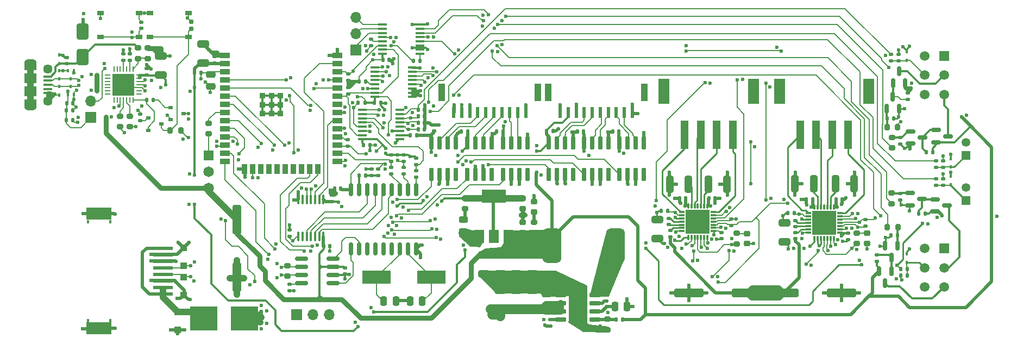
<source format=gtl>
G04 #@! TF.GenerationSoftware,KiCad,Pcbnew,7.0.5-4d25ed1034~172~ubuntu22.04.1*
G04 #@! TF.CreationDate,2023-05-31T13:41:02+02:00*
G04 #@! TF.ProjectId,Drawer_Controller,44726177-6572-45f4-936f-6e74726f6c6c,rev?*
G04 #@! TF.SameCoordinates,Original*
G04 #@! TF.FileFunction,Copper,L1,Top*
G04 #@! TF.FilePolarity,Positive*
%FSLAX46Y46*%
G04 Gerber Fmt 4.6, Leading zero omitted, Abs format (unit mm)*
G04 Created by KiCad (PCBNEW 7.0.5-4d25ed1034~172~ubuntu22.04.1) date 2023-05-31 13:41:02*
%MOMM*%
%LPD*%
G01*
G04 APERTURE LIST*
G04 Aperture macros list*
%AMRoundRect*
0 Rectangle with rounded corners*
0 $1 Rounding radius*
0 $2 $3 $4 $5 $6 $7 $8 $9 X,Y pos of 4 corners*
0 Add a 4 corners polygon primitive as box body*
4,1,4,$2,$3,$4,$5,$6,$7,$8,$9,$2,$3,0*
0 Add four circle primitives for the rounded corners*
1,1,$1+$1,$2,$3*
1,1,$1+$1,$4,$5*
1,1,$1+$1,$6,$7*
1,1,$1+$1,$8,$9*
0 Add four rect primitives between the rounded corners*
20,1,$1+$1,$2,$3,$4,$5,0*
20,1,$1+$1,$4,$5,$6,$7,0*
20,1,$1+$1,$6,$7,$8,$9,0*
20,1,$1+$1,$8,$9,$2,$3,0*%
G04 Aperture macros list end*
G04 #@! TA.AperFunction,SMDPad,CuDef*
%ADD10RoundRect,0.250000X0.250000X0.475000X-0.250000X0.475000X-0.250000X-0.475000X0.250000X-0.475000X0*%
G04 #@! TD*
G04 #@! TA.AperFunction,SMDPad,CuDef*
%ADD11RoundRect,0.250000X-0.250000X-0.475000X0.250000X-0.475000X0.250000X0.475000X-0.250000X0.475000X0*%
G04 #@! TD*
G04 #@! TA.AperFunction,SMDPad,CuDef*
%ADD12RoundRect,0.140000X-0.170000X0.140000X-0.170000X-0.140000X0.170000X-0.140000X0.170000X0.140000X0*%
G04 #@! TD*
G04 #@! TA.AperFunction,SMDPad,CuDef*
%ADD13RoundRect,0.200000X-0.275000X0.200000X-0.275000X-0.200000X0.275000X-0.200000X0.275000X0.200000X0*%
G04 #@! TD*
G04 #@! TA.AperFunction,SMDPad,CuDef*
%ADD14RoundRect,0.200000X0.275000X-0.200000X0.275000X0.200000X-0.275000X0.200000X-0.275000X-0.200000X0*%
G04 #@! TD*
G04 #@! TA.AperFunction,SMDPad,CuDef*
%ADD15RoundRect,0.200000X0.200000X0.275000X-0.200000X0.275000X-0.200000X-0.275000X0.200000X-0.275000X0*%
G04 #@! TD*
G04 #@! TA.AperFunction,SMDPad,CuDef*
%ADD16RoundRect,0.200000X-0.200000X-0.275000X0.200000X-0.275000X0.200000X0.275000X-0.200000X0.275000X0*%
G04 #@! TD*
G04 #@! TA.AperFunction,SMDPad,CuDef*
%ADD17RoundRect,0.006000X-0.769000X-0.294000X0.769000X-0.294000X0.769000X0.294000X-0.769000X0.294000X0*%
G04 #@! TD*
G04 #@! TA.AperFunction,SMDPad,CuDef*
%ADD18R,2.950000X4.900000*%
G04 #@! TD*
G04 #@! TA.AperFunction,ComponentPad*
%ADD19C,0.300000*%
G04 #@! TD*
G04 #@! TA.AperFunction,SMDPad,CuDef*
%ADD20RoundRect,0.150000X0.150000X-0.587500X0.150000X0.587500X-0.150000X0.587500X-0.150000X-0.587500X0*%
G04 #@! TD*
G04 #@! TA.AperFunction,SMDPad,CuDef*
%ADD21RoundRect,0.250000X-0.300000X0.300000X-0.300000X-0.300000X0.300000X-0.300000X0.300000X0.300000X0*%
G04 #@! TD*
G04 #@! TA.AperFunction,SMDPad,CuDef*
%ADD22RoundRect,0.135000X0.135000X0.185000X-0.135000X0.185000X-0.135000X-0.185000X0.135000X-0.185000X0*%
G04 #@! TD*
G04 #@! TA.AperFunction,SMDPad,CuDef*
%ADD23RoundRect,0.140000X0.140000X0.170000X-0.140000X0.170000X-0.140000X-0.170000X0.140000X-0.170000X0*%
G04 #@! TD*
G04 #@! TA.AperFunction,SMDPad,CuDef*
%ADD24RoundRect,0.135000X0.185000X-0.135000X0.185000X0.135000X-0.185000X0.135000X-0.185000X-0.135000X0*%
G04 #@! TD*
G04 #@! TA.AperFunction,SMDPad,CuDef*
%ADD25RoundRect,0.135000X-0.185000X0.135000X-0.185000X-0.135000X0.185000X-0.135000X0.185000X0.135000X0*%
G04 #@! TD*
G04 #@! TA.AperFunction,SMDPad,CuDef*
%ADD26RoundRect,0.225000X-0.250000X0.225000X-0.250000X-0.225000X0.250000X-0.225000X0.250000X0.225000X0*%
G04 #@! TD*
G04 #@! TA.AperFunction,SMDPad,CuDef*
%ADD27RoundRect,0.250000X0.312500X1.075000X-0.312500X1.075000X-0.312500X-1.075000X0.312500X-1.075000X0*%
G04 #@! TD*
G04 #@! TA.AperFunction,SMDPad,CuDef*
%ADD28R,3.050000X0.610000*%
G04 #@! TD*
G04 #@! TA.AperFunction,SMDPad,CuDef*
%ADD29R,3.900000X1.945000*%
G04 #@! TD*
G04 #@! TA.AperFunction,SMDPad,CuDef*
%ADD30R,0.400000X0.555000*%
G04 #@! TD*
G04 #@! TA.AperFunction,SMDPad,CuDef*
%ADD31RoundRect,0.140000X0.170000X-0.140000X0.170000X0.140000X-0.170000X0.140000X-0.170000X-0.140000X0*%
G04 #@! TD*
G04 #@! TA.AperFunction,SMDPad,CuDef*
%ADD32RoundRect,0.135000X-0.135000X-0.185000X0.135000X-0.185000X0.135000X0.185000X-0.135000X0.185000X0*%
G04 #@! TD*
G04 #@! TA.AperFunction,SMDPad,CuDef*
%ADD33R,1.300000X4.500000*%
G04 #@! TD*
G04 #@! TA.AperFunction,SMDPad,CuDef*
%ADD34R,1.800000X3.900000*%
G04 #@! TD*
G04 #@! TA.AperFunction,SMDPad,CuDef*
%ADD35RoundRect,0.250000X0.650000X-0.325000X0.650000X0.325000X-0.650000X0.325000X-0.650000X-0.325000X0*%
G04 #@! TD*
G04 #@! TA.AperFunction,SMDPad,CuDef*
%ADD36R,4.241800X3.810000*%
G04 #@! TD*
G04 #@! TA.AperFunction,SMDPad,CuDef*
%ADD37RoundRect,0.250000X-0.475000X0.250000X-0.475000X-0.250000X0.475000X-0.250000X0.475000X0.250000X0*%
G04 #@! TD*
G04 #@! TA.AperFunction,SMDPad,CuDef*
%ADD38RoundRect,0.140000X-0.140000X-0.170000X0.140000X-0.170000X0.140000X0.170000X-0.140000X0.170000X0*%
G04 #@! TD*
G04 #@! TA.AperFunction,SMDPad,CuDef*
%ADD39R,0.400000X0.510000*%
G04 #@! TD*
G04 #@! TA.AperFunction,SMDPad,CuDef*
%ADD40RoundRect,0.042000X0.258000X-0.943000X0.258000X0.943000X-0.258000X0.943000X-0.258000X-0.943000X0*%
G04 #@! TD*
G04 #@! TA.AperFunction,ComponentPad*
%ADD41R,1.650000X1.650000*%
G04 #@! TD*
G04 #@! TA.AperFunction,ComponentPad*
%ADD42C,1.650000*%
G04 #@! TD*
G04 #@! TA.AperFunction,SMDPad,CuDef*
%ADD43RoundRect,0.218750X0.256250X-0.218750X0.256250X0.218750X-0.256250X0.218750X-0.256250X-0.218750X0*%
G04 #@! TD*
G04 #@! TA.AperFunction,SMDPad,CuDef*
%ADD44RoundRect,0.150000X0.150000X-0.875000X0.150000X0.875000X-0.150000X0.875000X-0.150000X-0.875000X0*%
G04 #@! TD*
G04 #@! TA.AperFunction,ComponentPad*
%ADD45R,1.700000X1.700000*%
G04 #@! TD*
G04 #@! TA.AperFunction,ComponentPad*
%ADD46O,1.700000X1.700000*%
G04 #@! TD*
G04 #@! TA.AperFunction,SMDPad,CuDef*
%ADD47RoundRect,0.250000X-0.650000X0.325000X-0.650000X-0.325000X0.650000X-0.325000X0.650000X0.325000X0*%
G04 #@! TD*
G04 #@! TA.AperFunction,SMDPad,CuDef*
%ADD48RoundRect,0.150000X-0.150000X0.587500X-0.150000X-0.587500X0.150000X-0.587500X0.150000X0.587500X0*%
G04 #@! TD*
G04 #@! TA.AperFunction,SMDPad,CuDef*
%ADD49R,0.800000X0.600000*%
G04 #@! TD*
G04 #@! TA.AperFunction,SMDPad,CuDef*
%ADD50RoundRect,0.350000X-1.950000X-0.350000X1.950000X-0.350000X1.950000X0.350000X-1.950000X0.350000X0*%
G04 #@! TD*
G04 #@! TA.AperFunction,SMDPad,CuDef*
%ADD51RoundRect,0.243750X0.456250X-0.243750X0.456250X0.243750X-0.456250X0.243750X-0.456250X-0.243750X0*%
G04 #@! TD*
G04 #@! TA.AperFunction,SMDPad,CuDef*
%ADD52RoundRect,0.250000X0.475000X-0.250000X0.475000X0.250000X-0.475000X0.250000X-0.475000X-0.250000X0*%
G04 #@! TD*
G04 #@! TA.AperFunction,SMDPad,CuDef*
%ADD53R,1.500000X0.900000*%
G04 #@! TD*
G04 #@! TA.AperFunction,SMDPad,CuDef*
%ADD54R,0.900000X1.500000*%
G04 #@! TD*
G04 #@! TA.AperFunction,SMDPad,CuDef*
%ADD55R,0.900000X0.900000*%
G04 #@! TD*
G04 #@! TA.AperFunction,SMDPad,CuDef*
%ADD56R,0.400000X0.480000*%
G04 #@! TD*
G04 #@! TA.AperFunction,SMDPad,CuDef*
%ADD57RoundRect,0.350000X1.950000X0.350000X-1.950000X0.350000X-1.950000X-0.350000X1.950000X-0.350000X0*%
G04 #@! TD*
G04 #@! TA.AperFunction,SMDPad,CuDef*
%ADD58R,1.000000X0.750000*%
G04 #@! TD*
G04 #@! TA.AperFunction,SMDPad,CuDef*
%ADD59RoundRect,0.008100X-0.396900X-0.126900X0.396900X-0.126900X0.396900X0.126900X-0.396900X0.126900X0*%
G04 #@! TD*
G04 #@! TA.AperFunction,SMDPad,CuDef*
%ADD60RoundRect,0.027000X-0.108000X-0.378000X0.108000X-0.378000X0.108000X0.378000X-0.108000X0.378000X0*%
G04 #@! TD*
G04 #@! TA.AperFunction,SMDPad,CuDef*
%ADD61R,3.700000X3.700000*%
G04 #@! TD*
G04 #@! TA.AperFunction,ComponentPad*
%ADD62R,1.520000X1.520000*%
G04 #@! TD*
G04 #@! TA.AperFunction,ComponentPad*
%ADD63C,1.520000*%
G04 #@! TD*
G04 #@! TA.AperFunction,SMDPad,CuDef*
%ADD64RoundRect,0.150000X-0.587500X-0.150000X0.587500X-0.150000X0.587500X0.150000X-0.587500X0.150000X0*%
G04 #@! TD*
G04 #@! TA.AperFunction,SMDPad,CuDef*
%ADD65R,4.500000X2.000000*%
G04 #@! TD*
G04 #@! TA.AperFunction,SMDPad,CuDef*
%ADD66RoundRect,0.218750X-0.256250X0.218750X-0.256250X-0.218750X0.256250X-0.218750X0.256250X0.218750X0*%
G04 #@! TD*
G04 #@! TA.AperFunction,SMDPad,CuDef*
%ADD67R,1.473200X0.355600*%
G04 #@! TD*
G04 #@! TA.AperFunction,SMDPad,CuDef*
%ADD68R,1.500000X2.000000*%
G04 #@! TD*
G04 #@! TA.AperFunction,SMDPad,CuDef*
%ADD69R,3.800000X2.000000*%
G04 #@! TD*
G04 #@! TA.AperFunction,SMDPad,CuDef*
%ADD70R,0.600000X1.700000*%
G04 #@! TD*
G04 #@! TA.AperFunction,SMDPad,CuDef*
%ADD71R,1.000000X2.700000*%
G04 #@! TD*
G04 #@! TA.AperFunction,SMDPad,CuDef*
%ADD72RoundRect,0.725000X-0.725000X1.975000X-0.725000X-1.975000X0.725000X-1.975000X0.725000X1.975000X0*%
G04 #@! TD*
G04 #@! TA.AperFunction,ComponentPad*
%ADD73R,1.350000X1.350000*%
G04 #@! TD*
G04 #@! TA.AperFunction,ComponentPad*
%ADD74C,1.350000*%
G04 #@! TD*
G04 #@! TA.AperFunction,SMDPad,CuDef*
%ADD75RoundRect,0.250000X-0.312500X-1.075000X0.312500X-1.075000X0.312500X1.075000X-0.312500X1.075000X0*%
G04 #@! TD*
G04 #@! TA.AperFunction,SMDPad,CuDef*
%ADD76RoundRect,0.100000X-0.100000X0.637500X-0.100000X-0.637500X0.100000X-0.637500X0.100000X0.637500X0*%
G04 #@! TD*
G04 #@! TA.AperFunction,SMDPad,CuDef*
%ADD77RoundRect,0.155000X-0.155000X0.212500X-0.155000X-0.212500X0.155000X-0.212500X0.155000X0.212500X0*%
G04 #@! TD*
G04 #@! TA.AperFunction,SMDPad,CuDef*
%ADD78RoundRect,0.250000X-0.650000X1.000000X-0.650000X-1.000000X0.650000X-1.000000X0.650000X1.000000X0*%
G04 #@! TD*
G04 #@! TA.AperFunction,SMDPad,CuDef*
%ADD79RoundRect,0.062500X0.337500X0.062500X-0.337500X0.062500X-0.337500X-0.062500X0.337500X-0.062500X0*%
G04 #@! TD*
G04 #@! TA.AperFunction,SMDPad,CuDef*
%ADD80RoundRect,0.062500X0.062500X0.337500X-0.062500X0.337500X-0.062500X-0.337500X0.062500X-0.337500X0*%
G04 #@! TD*
G04 #@! TA.AperFunction,SMDPad,CuDef*
%ADD81R,3.350000X3.350000*%
G04 #@! TD*
G04 #@! TA.AperFunction,SMDPad,CuDef*
%ADD82RoundRect,0.150000X0.825000X0.150000X-0.825000X0.150000X-0.825000X-0.150000X0.825000X-0.150000X0*%
G04 #@! TD*
G04 #@! TA.AperFunction,SMDPad,CuDef*
%ADD83R,1.350000X0.400000*%
G04 #@! TD*
G04 #@! TA.AperFunction,ComponentPad*
%ADD84C,1.450000*%
G04 #@! TD*
G04 #@! TA.AperFunction,ComponentPad*
%ADD85O,1.900000X0.950000*%
G04 #@! TD*
G04 #@! TA.AperFunction,SMDPad,CuDef*
%ADD86R,1.900000X1.200000*%
G04 #@! TD*
G04 #@! TA.AperFunction,SMDPad,CuDef*
%ADD87R,1.900000X1.500000*%
G04 #@! TD*
G04 #@! TA.AperFunction,SMDPad,CuDef*
%ADD88RoundRect,0.225000X0.250000X-0.225000X0.250000X0.225000X-0.250000X0.225000X-0.250000X-0.225000X0*%
G04 #@! TD*
G04 #@! TA.AperFunction,SMDPad,CuDef*
%ADD89RoundRect,0.250000X0.300000X-0.300000X0.300000X0.300000X-0.300000X0.300000X-0.300000X-0.300000X0*%
G04 #@! TD*
G04 #@! TA.AperFunction,SMDPad,CuDef*
%ADD90RoundRect,0.350000X0.350000X-1.950000X0.350000X1.950000X-0.350000X1.950000X-0.350000X-1.950000X0*%
G04 #@! TD*
G04 #@! TA.AperFunction,ViaPad*
%ADD91C,0.600000*%
G04 #@! TD*
G04 #@! TA.AperFunction,Conductor*
%ADD92C,0.350000*%
G04 #@! TD*
G04 #@! TA.AperFunction,Conductor*
%ADD93C,0.180000*%
G04 #@! TD*
G04 #@! TA.AperFunction,Conductor*
%ADD94C,1.000000*%
G04 #@! TD*
G04 #@! TA.AperFunction,Conductor*
%ADD95C,0.250000*%
G04 #@! TD*
G04 #@! TA.AperFunction,Conductor*
%ADD96C,0.500000*%
G04 #@! TD*
G04 #@! TA.AperFunction,Conductor*
%ADD97C,0.200000*%
G04 #@! TD*
G04 #@! TA.AperFunction,Conductor*
%ADD98C,0.153000*%
G04 #@! TD*
G04 #@! TA.AperFunction,Conductor*
%ADD99C,0.750000*%
G04 #@! TD*
G04 #@! TA.AperFunction,Conductor*
%ADD100C,1.500000*%
G04 #@! TD*
G04 APERTURE END LIST*
D10*
X177250000Y-143200000D03*
X175350000Y-143200000D03*
D11*
X179450000Y-143200000D03*
X181350000Y-143200000D03*
D12*
X137600000Y-99720000D03*
X137600000Y-100680000D03*
D13*
X148100000Y-115475000D03*
X148100000Y-117125000D03*
D14*
X249100000Y-134225000D03*
X249100000Y-132575000D03*
X230350000Y-134275000D03*
X230350000Y-132625000D03*
D15*
X143725000Y-116600000D03*
X142075000Y-116600000D03*
D13*
X138600000Y-103775000D03*
X138600000Y-105425000D03*
X137100000Y-103775000D03*
X137100000Y-105425000D03*
D14*
X135800000Y-116050000D03*
X135800000Y-114400000D03*
D13*
X210250000Y-146025000D03*
X210250000Y-147675000D03*
D14*
X134250000Y-116050000D03*
X134250000Y-114400000D03*
X254510000Y-128000000D03*
X254510000Y-126350000D03*
D15*
X255425000Y-116062500D03*
X253775000Y-116062500D03*
D13*
X188000000Y-127175000D03*
X188000000Y-128825000D03*
D14*
X198750000Y-132575000D03*
X198750000Y-130925000D03*
X254562500Y-119325000D03*
X254562500Y-117675000D03*
D16*
X253850000Y-131650000D03*
X255500000Y-131650000D03*
D13*
X160325000Y-137675000D03*
X160325000Y-139325000D03*
D17*
X202900000Y-142232500D03*
X202900000Y-143502500D03*
X202900000Y-144772500D03*
X202900000Y-146042500D03*
X208300000Y-146042500D03*
X208300000Y-144772500D03*
X208300000Y-143502500D03*
X208300000Y-142232500D03*
D18*
X205600000Y-144137500D03*
D19*
X204950000Y-142187500D03*
X206250000Y-142187500D03*
X204950000Y-143487500D03*
X206250000Y-143487500D03*
X204950000Y-144787500D03*
X206250000Y-144787500D03*
X204950000Y-146087500D03*
X206250000Y-146087500D03*
D20*
X254750000Y-109237500D03*
X256650000Y-109237500D03*
X255700000Y-107362500D03*
D21*
X143250000Y-144850000D03*
X143250000Y-147650000D03*
D22*
X212560000Y-146050000D03*
X211540000Y-146050000D03*
D23*
X188430000Y-116750000D03*
X187470000Y-116750000D03*
D24*
X178500000Y-121400000D03*
X178500000Y-120380000D03*
D25*
X135800000Y-104640000D03*
X135800000Y-105660000D03*
D26*
X197000000Y-127225000D03*
X197000000Y-128775000D03*
D27*
X228862500Y-124950000D03*
X225937500Y-124950000D03*
D28*
X140977500Y-142056000D03*
X140977500Y-141040000D03*
X140977500Y-140024000D03*
X140977500Y-139008000D03*
X140977500Y-137992000D03*
X140977500Y-136976000D03*
X140977500Y-135960000D03*
X140977500Y-134944000D03*
D29*
X130977500Y-129552500D03*
D30*
X132727500Y-130800000D03*
X129227500Y-130800000D03*
D29*
X130977500Y-147447500D03*
D30*
X132727500Y-146200000D03*
X129227500Y-146200000D03*
D23*
X242180000Y-127350000D03*
X241220000Y-127350000D03*
D31*
X183200000Y-116680000D03*
X183200000Y-115720000D03*
D32*
X253790000Y-114762500D03*
X254810000Y-114762500D03*
D31*
X250400000Y-131480000D03*
X250400000Y-130520000D03*
D33*
X247750000Y-117275000D03*
X245250000Y-117275000D03*
X242750000Y-117275000D03*
X240250000Y-117275000D03*
D34*
X250950000Y-110475000D03*
X237050000Y-110475000D03*
D35*
X237800000Y-133975000D03*
X237800000Y-131025000D03*
D25*
X262500000Y-124130000D03*
X262500000Y-125150000D03*
D36*
X147312300Y-145900000D03*
X153687700Y-145900000D03*
D12*
X173500000Y-122640000D03*
X173500000Y-123600000D03*
D37*
X148400000Y-107850000D03*
X148400000Y-109750000D03*
D38*
X180720000Y-114400000D03*
X181680000Y-114400000D03*
D39*
X127100000Y-107310000D03*
X126100000Y-107310000D03*
X126600000Y-108600000D03*
D25*
X137400000Y-114090000D03*
X137400000Y-115110000D03*
D40*
X188345000Y-123470000D03*
X189615000Y-123470000D03*
X190885000Y-123470000D03*
X192155000Y-123470000D03*
X192155000Y-118530000D03*
X190885000Y-118530000D03*
X189615000Y-118530000D03*
X188345000Y-118530000D03*
D41*
X148080000Y-120460000D03*
D42*
X148080000Y-123000000D03*
X148080000Y-125540000D03*
D33*
X229750000Y-117275000D03*
X227250000Y-117275000D03*
X224750000Y-117275000D03*
X222250000Y-117275000D03*
D34*
X232950000Y-110475000D03*
X219050000Y-110475000D03*
D11*
X211375000Y-144050000D03*
X213275000Y-144050000D03*
D22*
X239310000Y-129500000D03*
X238290000Y-129500000D03*
D43*
X250700000Y-134187500D03*
X250700000Y-132612500D03*
D24*
X176500000Y-121400000D03*
X176500000Y-120380000D03*
D31*
X229525000Y-131405000D03*
X229525000Y-130445000D03*
D44*
X170210000Y-135100000D03*
X171480000Y-135100000D03*
X172750000Y-135100000D03*
X174020000Y-135100000D03*
X175290000Y-135100000D03*
X176560000Y-135100000D03*
X177830000Y-135100000D03*
X179100000Y-135100000D03*
X180370000Y-135100000D03*
X180370000Y-125800000D03*
X179100000Y-125800000D03*
X177830000Y-125800000D03*
X176560000Y-125800000D03*
X175290000Y-125800000D03*
X174020000Y-125800000D03*
X172750000Y-125800000D03*
X171480000Y-125800000D03*
X170210000Y-125800000D03*
D45*
X161760000Y-145300000D03*
D46*
X164300000Y-145300000D03*
X166840000Y-145300000D03*
D38*
X166020000Y-134600000D03*
X166980000Y-134600000D03*
D35*
X147200000Y-106075000D03*
X147200000Y-103125000D03*
D47*
X191000000Y-136025000D03*
X191000000Y-138975000D03*
D25*
X254400000Y-104780000D03*
X254400000Y-105800000D03*
D48*
X255400000Y-134550000D03*
X253500000Y-134550000D03*
X254450000Y-136425000D03*
D49*
X138640000Y-114662500D03*
X138640000Y-116562500D03*
X140660000Y-115612500D03*
D50*
X231900000Y-141900000D03*
X222900000Y-141900000D03*
D51*
X187750000Y-132375000D03*
X187750000Y-130500000D03*
D21*
X144200000Y-139425000D03*
X144200000Y-142225000D03*
D43*
X231950000Y-134237500D03*
X231950000Y-132662500D03*
D32*
X145890000Y-107600000D03*
X146910000Y-107600000D03*
D52*
X200750000Y-143950000D03*
X200750000Y-142050000D03*
D53*
X150600000Y-104880000D03*
X150600000Y-106150000D03*
X150600000Y-107420000D03*
X150600000Y-108690000D03*
X150600000Y-109960000D03*
X150600000Y-111230000D03*
X150600000Y-112500000D03*
X150600000Y-113770000D03*
X150600000Y-115040000D03*
X150600000Y-116310000D03*
X150600000Y-117580000D03*
X150600000Y-118850000D03*
X150600000Y-120120000D03*
X150600000Y-121390000D03*
D54*
X153635000Y-122640000D03*
X154905000Y-122640000D03*
X156175000Y-122640000D03*
X157445000Y-122640000D03*
X158715000Y-122640000D03*
X159985000Y-122640000D03*
X161255000Y-122640000D03*
X162525000Y-122640000D03*
X163795000Y-122640000D03*
X165065000Y-122640000D03*
D53*
X168100000Y-121390000D03*
X168100000Y-120120000D03*
X168100000Y-118850000D03*
X168100000Y-117580000D03*
X168100000Y-116310000D03*
X168100000Y-115040000D03*
X168100000Y-113770000D03*
X168100000Y-112500000D03*
X168100000Y-111230000D03*
X168100000Y-109960000D03*
X168100000Y-108690000D03*
X168100000Y-107420000D03*
X168100000Y-106150000D03*
X168100000Y-104880000D03*
D55*
X156450000Y-111200000D03*
X157850000Y-111200000D03*
X159250000Y-111200000D03*
X156450000Y-112600000D03*
X157850000Y-112600000D03*
X159250000Y-112600000D03*
X156450000Y-114000000D03*
X157850000Y-114000000D03*
X159250000Y-114000000D03*
D19*
X157150000Y-111200000D03*
X158550000Y-111200000D03*
X156450000Y-111900000D03*
X157850000Y-111900000D03*
X159250000Y-111900000D03*
X157150000Y-112600000D03*
X158550000Y-112600000D03*
X156450000Y-113300000D03*
X157850000Y-113300000D03*
X159250000Y-113300000D03*
X157150000Y-114000000D03*
X158550000Y-114000000D03*
D40*
X212095000Y-123470000D03*
X213365000Y-123470000D03*
X214635000Y-123470000D03*
X215905000Y-123470000D03*
X215905000Y-118530000D03*
X214635000Y-118530000D03*
X213365000Y-118530000D03*
X212095000Y-118530000D03*
D12*
X247700000Y-132620000D03*
X247700000Y-133580000D03*
D31*
X169300000Y-138980000D03*
X169300000Y-138020000D03*
X167300000Y-127680000D03*
X167300000Y-126720000D03*
D24*
X180400000Y-123910000D03*
X180400000Y-122890000D03*
D22*
X260910000Y-120000000D03*
X259890000Y-120000000D03*
X126930000Y-113500000D03*
X125910000Y-113500000D03*
D48*
X254450000Y-138525000D03*
X252550000Y-138525000D03*
X253500000Y-140400000D03*
D22*
X259720000Y-129600000D03*
X258700000Y-129600000D03*
D56*
X124750000Y-108597500D03*
X124750000Y-107277500D03*
D22*
X255400000Y-132950000D03*
X254380000Y-132950000D03*
D38*
X200770000Y-116700000D03*
X201730000Y-116700000D03*
D35*
X218000000Y-133475000D03*
X218000000Y-130525000D03*
D57*
X237700000Y-141900000D03*
X246700000Y-141900000D03*
D40*
X193940000Y-123470000D03*
X195210000Y-123470000D03*
X196480000Y-123470000D03*
X197750000Y-123470000D03*
X197750000Y-118530000D03*
X196480000Y-118530000D03*
X195210000Y-118530000D03*
X193940000Y-118530000D03*
D58*
X131200000Y-98325000D03*
X137200000Y-98325000D03*
X131200000Y-102075000D03*
X137200000Y-102075000D03*
D59*
X221850000Y-129300000D03*
X221850000Y-129800000D03*
X221850000Y-130300000D03*
X221850000Y-130800000D03*
X221850000Y-131300000D03*
X221850000Y-131800000D03*
X221850000Y-132300000D03*
D60*
X222800000Y-133250000D03*
X223300000Y-133250000D03*
X223800000Y-133250000D03*
X224300000Y-133250000D03*
X224800000Y-133250000D03*
X225300000Y-133250000D03*
X225800000Y-133250000D03*
D59*
X226750000Y-132300000D03*
X226750000Y-131800000D03*
X226750000Y-131300000D03*
X226750000Y-130800000D03*
X226750000Y-130300000D03*
X226750000Y-129800000D03*
X226750000Y-129300000D03*
D60*
X225800000Y-128350000D03*
X225300000Y-128350000D03*
X224800000Y-128350000D03*
X224300000Y-128350000D03*
X223800000Y-128350000D03*
X223300000Y-128350000D03*
X222800000Y-128350000D03*
D61*
X224300000Y-130800000D03*
D38*
X180720000Y-115400000D03*
X181680000Y-115400000D03*
D62*
X262680000Y-105000000D03*
D63*
X262680000Y-108000000D03*
X262680000Y-111000000D03*
X259680000Y-105000000D03*
X259680000Y-108000000D03*
X259680000Y-111000000D03*
D40*
X206595000Y-123470000D03*
X207865000Y-123470000D03*
X209135000Y-123470000D03*
X210405000Y-123470000D03*
X210405000Y-118530000D03*
X209135000Y-118530000D03*
X207865000Y-118530000D03*
X206595000Y-118530000D03*
D47*
X196000000Y-136025000D03*
X196000000Y-138975000D03*
D38*
X245820000Y-127350000D03*
X246780000Y-127350000D03*
D64*
X257462500Y-116750000D03*
X257462500Y-118650000D03*
X259337500Y-117700000D03*
D27*
X248662500Y-124900000D03*
X245737500Y-124900000D03*
D56*
X124750000Y-106160000D03*
X124750000Y-104840000D03*
D65*
X182750000Y-139500000D03*
X174250000Y-139500000D03*
D24*
X160650000Y-141560000D03*
X160650000Y-140540000D03*
D23*
X193930000Y-116800000D03*
X192970000Y-116800000D03*
D56*
X256900000Y-105660000D03*
X256900000Y-104340000D03*
D31*
X239500000Y-133480000D03*
X239500000Y-132520000D03*
D49*
X142140000Y-113012500D03*
X142140000Y-114912500D03*
X144160000Y-113962500D03*
D23*
X206480000Y-116750000D03*
X205520000Y-116750000D03*
D24*
X169800000Y-108810000D03*
X169800000Y-107790000D03*
D22*
X219610000Y-129100000D03*
X218590000Y-129100000D03*
D66*
X198750000Y-127712500D03*
X198750000Y-129287500D03*
D23*
X222430000Y-127150000D03*
X221470000Y-127150000D03*
D25*
X255600000Y-104780000D03*
X255600000Y-105800000D03*
D67*
X181021000Y-104686000D03*
X181021000Y-104025600D03*
X181021000Y-103365200D03*
X181021000Y-102730200D03*
X181021000Y-102069800D03*
X181021000Y-101434800D03*
X181021000Y-100774400D03*
X181021000Y-100114000D03*
X175179000Y-100114000D03*
X175179000Y-100774400D03*
X175179000Y-101434800D03*
X175179000Y-102069800D03*
X175179000Y-102730200D03*
X175179000Y-103365200D03*
X175179000Y-104025600D03*
X175179000Y-104686000D03*
D38*
X172220000Y-118900000D03*
X173180000Y-118900000D03*
D68*
X190200000Y-133150000D03*
X192500000Y-133150000D03*
D69*
X192500000Y-126850000D03*
D68*
X194800000Y-133150000D03*
D70*
X197500000Y-113850000D03*
X196250000Y-113850000D03*
X195000000Y-113850000D03*
X193750000Y-113850000D03*
X192500000Y-113850000D03*
X191250000Y-113850000D03*
X190000000Y-113850000D03*
X188750000Y-113850000D03*
X187500000Y-113850000D03*
X186250000Y-113850000D03*
D71*
X199350000Y-110650000D03*
X184400000Y-110650000D03*
D38*
X226020000Y-127150000D03*
X226980000Y-127150000D03*
D22*
X172410000Y-112300000D03*
X171390000Y-112300000D03*
D24*
X173400000Y-103410000D03*
X173400000Y-102390000D03*
D38*
X173920000Y-112300000D03*
X174880000Y-112300000D03*
D35*
X196000000Y-144450000D03*
X196000000Y-141500000D03*
D24*
X180400000Y-121910000D03*
X180400000Y-120890000D03*
D32*
X171530000Y-109000000D03*
X172550000Y-109000000D03*
D31*
X126000000Y-106230000D03*
X126000000Y-105270000D03*
D70*
X214105000Y-113850000D03*
X212855000Y-113850000D03*
X211605000Y-113850000D03*
X210355000Y-113850000D03*
X209105000Y-113850000D03*
X207855000Y-113850000D03*
X206605000Y-113850000D03*
X205355000Y-113850000D03*
X204105000Y-113850000D03*
X202855000Y-113850000D03*
D71*
X215955000Y-110650000D03*
X201005000Y-110650000D03*
D45*
X171000000Y-104080000D03*
D46*
X171000000Y-101540000D03*
X171000000Y-99000000D03*
D25*
X261400000Y-121367500D03*
X261400000Y-122387500D03*
D72*
X211450000Y-134537500D03*
X201550000Y-134537500D03*
D24*
X252200000Y-137050000D03*
X252200000Y-136030000D03*
X160700000Y-133110000D03*
X160700000Y-132090000D03*
D45*
X129700000Y-114600000D03*
D46*
X129700000Y-112060000D03*
D24*
X174500000Y-123620000D03*
X174500000Y-122600000D03*
D73*
X266050000Y-120500000D03*
D74*
X266050000Y-118500000D03*
D75*
X219937500Y-124950000D03*
X222862500Y-124950000D03*
D76*
X165950000Y-127387500D03*
X165300000Y-127387500D03*
X164650000Y-127387500D03*
X164000000Y-127387500D03*
X163350000Y-127387500D03*
X162700000Y-127387500D03*
X162050000Y-127387500D03*
X162050000Y-133112500D03*
X162700000Y-133112500D03*
X163350000Y-133112500D03*
X164000000Y-133112500D03*
X164650000Y-133112500D03*
X165300000Y-133112500D03*
X165950000Y-133112500D03*
D77*
X145337500Y-99632500D03*
X145337500Y-100767500D03*
D47*
X193500000Y-136025000D03*
X193500000Y-138975000D03*
D62*
X262680000Y-135000000D03*
D63*
X262680000Y-138000000D03*
X262680000Y-141000000D03*
X259680000Y-135000000D03*
X259680000Y-138000000D03*
X259680000Y-141000000D03*
D56*
X263700000Y-125060000D03*
X263700000Y-123740000D03*
D24*
X178500000Y-123410000D03*
X178500000Y-122390000D03*
X176500000Y-123410000D03*
X176500000Y-122390000D03*
D39*
X126100000Y-111040000D03*
X127100000Y-111040000D03*
X126600000Y-109750000D03*
D25*
X257000000Y-110752500D03*
X257000000Y-111772500D03*
D38*
X175220000Y-105600000D03*
X176180000Y-105600000D03*
D78*
X128400000Y-101200000D03*
X128400000Y-105200000D03*
D79*
X137250000Y-110950000D03*
X137250000Y-110450000D03*
X137250000Y-109950000D03*
X137250000Y-109450000D03*
X137250000Y-108950000D03*
X137250000Y-108450000D03*
X137250000Y-107950000D03*
D80*
X136300000Y-107000000D03*
X135800000Y-107000000D03*
X135300000Y-107000000D03*
X134800000Y-107000000D03*
X134300000Y-107000000D03*
X133800000Y-107000000D03*
X133300000Y-107000000D03*
D79*
X132350000Y-107950000D03*
X132350000Y-108450000D03*
X132350000Y-108950000D03*
X132350000Y-109450000D03*
X132350000Y-109950000D03*
X132350000Y-110450000D03*
X132350000Y-110950000D03*
D80*
X133300000Y-111900000D03*
X133800000Y-111900000D03*
X134300000Y-111900000D03*
X134800000Y-111900000D03*
X135300000Y-111900000D03*
X135800000Y-111900000D03*
X136300000Y-111900000D03*
D81*
X134800000Y-109450000D03*
D75*
X239437500Y-124900000D03*
X242362500Y-124900000D03*
D12*
X227950000Y-132520000D03*
X227950000Y-133480000D03*
D67*
X177844900Y-117986000D03*
X177844900Y-117325600D03*
X177844900Y-116665200D03*
X177844900Y-116030200D03*
X177844900Y-115369800D03*
X177844900Y-114734800D03*
X177844900Y-114074400D03*
X177844900Y-113414000D03*
X172002900Y-113414000D03*
X172002900Y-114074400D03*
X172002900Y-114734800D03*
X172002900Y-115369800D03*
X172002900Y-116030200D03*
X172002900Y-116665200D03*
X172002900Y-117325600D03*
X172002900Y-117986000D03*
D56*
X124750000Y-109740000D03*
X124750000Y-111060000D03*
D38*
X180720000Y-113400000D03*
X181680000Y-113400000D03*
D35*
X193500000Y-144450000D03*
X193500000Y-141500000D03*
D56*
X263700000Y-122297500D03*
X263700000Y-120977500D03*
D32*
X179990000Y-105750000D03*
X181010000Y-105750000D03*
D20*
X253750000Y-113200000D03*
X255650000Y-113200000D03*
X254700000Y-111325000D03*
D32*
X255890000Y-138200000D03*
X256910000Y-138200000D03*
D64*
X261235000Y-127350000D03*
X261235000Y-129250000D03*
X263110000Y-128300000D03*
D32*
X255890000Y-139200000D03*
X256910000Y-139200000D03*
X125910000Y-115000000D03*
X126930000Y-115000000D03*
D38*
X180720000Y-116400000D03*
X181680000Y-116400000D03*
D73*
X266050000Y-127500000D03*
D74*
X266050000Y-125500000D03*
D25*
X255862500Y-117690000D03*
X255862500Y-118710000D03*
D58*
X138937500Y-98325000D03*
X144937500Y-98325000D03*
X138937500Y-102075000D03*
X144937500Y-102075000D03*
D35*
X198500000Y-141500000D03*
X198500000Y-144450000D03*
D82*
X167475000Y-140405000D03*
X167475000Y-139135000D03*
X167475000Y-137865000D03*
X167475000Y-136595000D03*
X162525000Y-136595000D03*
X162525000Y-137865000D03*
X162525000Y-139135000D03*
X162525000Y-140405000D03*
D31*
X149000000Y-106080000D03*
X149000000Y-105120000D03*
D22*
X180510000Y-117400000D03*
X179490000Y-117400000D03*
D64*
X257335000Y-126350000D03*
X257335000Y-128250000D03*
X259210000Y-127300000D03*
D22*
X172520000Y-123620000D03*
X171500000Y-123620000D03*
D31*
X138450000Y-107930000D03*
X138450000Y-106970000D03*
D25*
X261400000Y-124130000D03*
X261400000Y-125150000D03*
D24*
X169700000Y-119060000D03*
X169700000Y-118040000D03*
D35*
X140600000Y-107975000D03*
X140600000Y-105025000D03*
D59*
X241550000Y-129500000D03*
X241550000Y-130000000D03*
X241550000Y-130500000D03*
X241550000Y-131000000D03*
X241550000Y-131500000D03*
X241550000Y-132000000D03*
X241550000Y-132500000D03*
D60*
X242500000Y-133450000D03*
X243000000Y-133450000D03*
X243500000Y-133450000D03*
X244000000Y-133450000D03*
X244500000Y-133450000D03*
X245000000Y-133450000D03*
X245500000Y-133450000D03*
D59*
X246450000Y-132500000D03*
X246450000Y-132000000D03*
X246450000Y-131500000D03*
X246450000Y-131000000D03*
X246450000Y-130500000D03*
X246450000Y-130000000D03*
X246450000Y-129500000D03*
D60*
X245500000Y-128550000D03*
X245000000Y-128550000D03*
X244500000Y-128550000D03*
X244000000Y-128550000D03*
X243500000Y-128550000D03*
X243000000Y-128550000D03*
X242500000Y-128550000D03*
D61*
X244000000Y-131000000D03*
D64*
X261462500Y-116550000D03*
X261462500Y-118450000D03*
X263337500Y-117500000D03*
D83*
X123000000Y-108200000D03*
X123000000Y-108850000D03*
X123000000Y-109500000D03*
X123000000Y-110150000D03*
X123000000Y-110800000D03*
D84*
X123000000Y-107000000D03*
X123000000Y-112000000D03*
D85*
X120300000Y-106000000D03*
D86*
X120300000Y-106600000D03*
D87*
X120300000Y-108500000D03*
X120300000Y-110500000D03*
D86*
X120300000Y-112400000D03*
D85*
X120300000Y-113000000D03*
D31*
X219800000Y-131280000D03*
X219800000Y-130320000D03*
D25*
X255810000Y-127410000D03*
X255810000Y-126390000D03*
D88*
X197000000Y-132500000D03*
X197000000Y-130950000D03*
D24*
X134800000Y-105660000D03*
X134800000Y-104640000D03*
D38*
X167720000Y-125700000D03*
X168680000Y-125700000D03*
D67*
X179821000Y-111386000D03*
X179821000Y-110725600D03*
X179821000Y-110065200D03*
X179821000Y-109430200D03*
X179821000Y-108769800D03*
X179821000Y-108134800D03*
X179821000Y-107474400D03*
X179821000Y-106814000D03*
X173979000Y-106814000D03*
X173979000Y-107474400D03*
X173979000Y-108134800D03*
X173979000Y-108769800D03*
X173979000Y-109430200D03*
X173979000Y-110065200D03*
X173979000Y-110725600D03*
X173979000Y-111386000D03*
D40*
X201095000Y-123470000D03*
X202365000Y-123470000D03*
X203635000Y-123470000D03*
X204905000Y-123470000D03*
X204905000Y-118530000D03*
X203635000Y-118530000D03*
X202365000Y-118530000D03*
X201095000Y-118530000D03*
D89*
X144200000Y-137725000D03*
X144200000Y-134925000D03*
D23*
X211980000Y-116750000D03*
X211020000Y-116750000D03*
D32*
X138440000Y-111900000D03*
X139460000Y-111900000D03*
D24*
X201300000Y-147060000D03*
X201300000Y-146040000D03*
D31*
X239500000Y-131580000D03*
X239500000Y-130620000D03*
D25*
X169800000Y-109890000D03*
X169800000Y-110910000D03*
D31*
X210000000Y-143210000D03*
X210000000Y-142250000D03*
D90*
X152500000Y-139500000D03*
X152500000Y-130500000D03*
D40*
X182745000Y-123470000D03*
X184015000Y-123470000D03*
X185285000Y-123470000D03*
X186555000Y-123470000D03*
X186555000Y-118530000D03*
X185285000Y-118530000D03*
X184015000Y-118530000D03*
X182745000Y-118530000D03*
D56*
X256900000Y-137160000D03*
X256900000Y-135840000D03*
D38*
X125940000Y-112400000D03*
X126900000Y-112400000D03*
D31*
X220000000Y-133180000D03*
X220000000Y-132220000D03*
D25*
X262500000Y-121367500D03*
X262500000Y-122387500D03*
D47*
X198500000Y-136025000D03*
X198500000Y-138975000D03*
D91*
X184400000Y-127600000D03*
X246000000Y-128550000D03*
X166975000Y-135375000D03*
X135800000Y-103924500D03*
X226838887Y-132844568D03*
X249850000Y-137550000D03*
X168300000Y-127800000D03*
X171350000Y-147200000D03*
X145890000Y-109900000D03*
X177411472Y-128388528D03*
X145850000Y-128150000D03*
X173800000Y-144850000D03*
X255300000Y-137600000D03*
X145900000Y-123550000D03*
X188000000Y-135210500D03*
X255600000Y-104100000D03*
X262500000Y-123400000D03*
X246734292Y-133069776D03*
X216200000Y-134950000D03*
X259350000Y-131050000D03*
X222500000Y-134300000D03*
X192450000Y-131700000D03*
X131900000Y-106950000D03*
X141350000Y-109500000D03*
X262500000Y-120600000D03*
X181541840Y-127558160D03*
X198750000Y-126775000D03*
X222900000Y-143100000D03*
X136131474Y-101300712D03*
X223900000Y-129500000D03*
X233189500Y-119130594D03*
X133500000Y-110700000D03*
X149400000Y-104400000D03*
X160700000Y-131350000D03*
X223000000Y-129500000D03*
X140600000Y-103800000D03*
X226438891Y-133570254D03*
X190850000Y-122100000D03*
X129775500Y-110300000D03*
X136100000Y-110750000D03*
X183700000Y-128197074D03*
X158700000Y-139550000D03*
X165971150Y-108695170D03*
X202550000Y-116350000D03*
X145050497Y-128150000D03*
X153600000Y-139600000D03*
X166900000Y-104900000D03*
X162529118Y-125539814D03*
X197500000Y-112600000D03*
X248700000Y-123100000D03*
X257611365Y-109202856D03*
X139050000Y-136950000D03*
X243600000Y-132400000D03*
X154466547Y-140614845D03*
X176900000Y-105400000D03*
X222900000Y-140700000D03*
X169305646Y-122093916D03*
X227700000Y-127150000D03*
X187750000Y-133300000D03*
X257400000Y-119500000D03*
X139050000Y-140000000D03*
X179900000Y-115810500D03*
X210272146Y-144962808D03*
X229615335Y-133438517D03*
X187758530Y-134448335D03*
X137650000Y-112800000D03*
X270899503Y-129950000D03*
X225700000Y-141900000D03*
X158567519Y-134268245D03*
X193750000Y-99500000D03*
X227224695Y-133544822D03*
X157150000Y-144700000D03*
X192250000Y-117100000D03*
X224800000Y-132200000D03*
X205350000Y-112550000D03*
X246700000Y-140700000D03*
X193225000Y-140525000D03*
X178400000Y-143100000D03*
X224800000Y-129500000D03*
X249492452Y-136834903D03*
X160597571Y-118539361D03*
X142900000Y-140100000D03*
X220750000Y-127150000D03*
X177050000Y-132800000D03*
X196500000Y-124950000D03*
X175550000Y-122639003D03*
X246134500Y-133598411D03*
X138149500Y-110449497D03*
X255219861Y-139725906D03*
X242700000Y-130600000D03*
X220100000Y-141900000D03*
X145790847Y-140031089D03*
X240858411Y-134975500D03*
X161400000Y-127400000D03*
X214100000Y-112550000D03*
X164720493Y-125245828D03*
X163980360Y-135418741D03*
X245300000Y-131500000D03*
X178100000Y-130260500D03*
X194296928Y-115207680D03*
X244500000Y-129700000D03*
X187116840Y-111116840D03*
X253600000Y-133300000D03*
X237751506Y-127367827D03*
X182107174Y-126948074D03*
X176650000Y-116700000D03*
X173350000Y-144175500D03*
X207850000Y-124950000D03*
X249500000Y-141900000D03*
X186850000Y-117150000D03*
X183007218Y-106868660D03*
X176251806Y-108086619D03*
X240500000Y-124900000D03*
X139600000Y-103800000D03*
X152500000Y-136800000D03*
X242000000Y-137566840D03*
X188850000Y-133375000D03*
X160165662Y-111850000D03*
X247600000Y-124900000D03*
X138050000Y-98350000D03*
X204700000Y-116900000D03*
X128500000Y-129550000D03*
X220800000Y-130175500D03*
X172565172Y-103417005D03*
X185300000Y-124950000D03*
X181050000Y-111150000D03*
X228900000Y-123100000D03*
X142050000Y-105025000D03*
X245300000Y-132400000D03*
X186300000Y-112600000D03*
X164855585Y-109361012D03*
X142950000Y-137000000D03*
X176800000Y-106200000D03*
X193750000Y-103189500D03*
X133329646Y-113009988D03*
X263700000Y-120300000D03*
X243267519Y-134518245D03*
X227417297Y-139416383D03*
X243600000Y-130600000D03*
X256500000Y-119400000D03*
X213300000Y-142850000D03*
X244500000Y-130600000D03*
X186950000Y-120474500D03*
X169300000Y-139700000D03*
X186998494Y-104067826D03*
X145128669Y-123339637D03*
X244500000Y-132400000D03*
X193090474Y-104359525D03*
X251912626Y-130262626D03*
X189600000Y-122150000D03*
X144083160Y-117916840D03*
X145831160Y-137102444D03*
X190699196Y-100374196D03*
X177319635Y-131461000D03*
X140651109Y-109888272D03*
X247415967Y-127084033D03*
X197975000Y-140550000D03*
X133500000Y-147450000D03*
X197475000Y-129800000D03*
X193950000Y-139975000D03*
X179500000Y-120700000D03*
X144750000Y-99050000D03*
X184242320Y-133546928D03*
X125350000Y-104950000D03*
X200294662Y-146090087D03*
X236600000Y-103610500D03*
X131768563Y-106161376D03*
X257300000Y-135100000D03*
X225600000Y-130400000D03*
X155791515Y-119254977D03*
X227750000Y-124950000D03*
X245300000Y-129700000D03*
X199887673Y-123557812D03*
X257300000Y-103500000D03*
X170961204Y-146501400D03*
X228650906Y-131858466D03*
X161358160Y-141591840D03*
X199200000Y-119000497D03*
X151400000Y-139600000D03*
X230300000Y-130400000D03*
X246911223Y-133849456D03*
X263700000Y-123100000D03*
X188875000Y-132450000D03*
X175450500Y-115429500D03*
X183424509Y-120474500D03*
X242700000Y-129700000D03*
X127450000Y-110326000D03*
X239500000Y-123100000D03*
X202850000Y-112600000D03*
X158700000Y-137389500D03*
X162000000Y-126200000D03*
X181050000Y-110400000D03*
X177152516Y-118520407D03*
X229250000Y-128600000D03*
X243600000Y-131500000D03*
X139050000Y-135950000D03*
X152500000Y-142200000D03*
X225760839Y-134940175D03*
X182211116Y-104017547D03*
X250700000Y-135100000D03*
X223900000Y-131300000D03*
X248300000Y-131841245D03*
X176033691Y-106658131D03*
X131100000Y-129600000D03*
X174100000Y-118850000D03*
X173239002Y-115959300D03*
X219585357Y-134845311D03*
X157321384Y-136689090D03*
X156308102Y-147530986D03*
X168000000Y-126400000D03*
X160888002Y-108392499D03*
X223900000Y-132200000D03*
X252700000Y-134600000D03*
X143250000Y-148300000D03*
X191550000Y-139925000D03*
X176738621Y-127762832D03*
X181750000Y-112650000D03*
X261600000Y-130150000D03*
X196625000Y-129825000D03*
X223900000Y-130400000D03*
X145150000Y-142975000D03*
X125400000Y-107300000D03*
X217698086Y-128342980D03*
X149972159Y-130369163D03*
X217900000Y-129400000D03*
X210300000Y-116900000D03*
X181000000Y-106850000D03*
X255600000Y-114500000D03*
X229946219Y-135372384D03*
X170000000Y-139000000D03*
X219900000Y-123100000D03*
X209100000Y-147050000D03*
X249264789Y-129583442D03*
X221000000Y-125000000D03*
X190850000Y-98650000D03*
X225600000Y-129500000D03*
X196550000Y-139925000D03*
X181100000Y-136400000D03*
X240512812Y-133433518D03*
X149362913Y-118289330D03*
X153700000Y-123900000D03*
X245000000Y-134600000D03*
X192600000Y-100700000D03*
X207303939Y-120474500D03*
X127400000Y-112950000D03*
X243900000Y-141900000D03*
X223000000Y-131300000D03*
X231300000Y-108650000D03*
X143125000Y-142800000D03*
X240400000Y-127350000D03*
X129775500Y-107850000D03*
X147539602Y-109029702D03*
X155750000Y-124000000D03*
X225600000Y-132200000D03*
X235696212Y-127162995D03*
X195250000Y-124950000D03*
X130900000Y-147450000D03*
X248700000Y-126700000D03*
X187700000Y-121900000D03*
X256300000Y-103550000D03*
X225600000Y-131300000D03*
X202400000Y-124900000D03*
X199100000Y-139925000D03*
X176019493Y-132644597D03*
X224292134Y-136810538D03*
X139100000Y-107050000D03*
X156300000Y-143900000D03*
X132924500Y-114500000D03*
X213400000Y-124950000D03*
X202075000Y-141375000D03*
X164974082Y-134449995D03*
X175650000Y-120200000D03*
X151837087Y-118289330D03*
X232950000Y-134250000D03*
X216200000Y-134150497D03*
X260135317Y-131199938D03*
X183641467Y-132013067D03*
X256500000Y-113200000D03*
X176550000Y-130118885D03*
X163927616Y-113496219D03*
X219900000Y-126700000D03*
X245300000Y-130600000D03*
X242700000Y-131500000D03*
X209150000Y-124950000D03*
X169349502Y-112947236D03*
X124100000Y-110950000D03*
X170493205Y-112266023D03*
X177246073Y-102087607D03*
X144350000Y-147650000D03*
X178400000Y-128559385D03*
X179847938Y-113832936D03*
X175300000Y-114250000D03*
X133550000Y-108200000D03*
X246700000Y-143100000D03*
X197750000Y-117200000D03*
X173830466Y-104734962D03*
X168799446Y-128424306D03*
X223000000Y-132200000D03*
X175650000Y-112350000D03*
X128450000Y-147500000D03*
X188750000Y-112600000D03*
X223000000Y-130400000D03*
X246681149Y-128131383D03*
X145225500Y-110544722D03*
X167000000Y-125900000D03*
X177500000Y-120400000D03*
X249087060Y-135160643D03*
X253580500Y-104900000D03*
X168100000Y-104000000D03*
X127763067Y-114558533D03*
X128567071Y-98428075D03*
X228900000Y-126700000D03*
X172083408Y-110067089D03*
X131200000Y-99150000D03*
X226990593Y-127947154D03*
X173200000Y-119700000D03*
X181300000Y-134500000D03*
X235500000Y-109800000D03*
X136050000Y-108200000D03*
X162067822Y-119660434D03*
X215900000Y-116950000D03*
X169367519Y-117081755D03*
X184000000Y-124950000D03*
X176943740Y-102771045D03*
X188158533Y-121386933D03*
X144950000Y-114799503D03*
X152700000Y-122600000D03*
X221800000Y-135000000D03*
X152741840Y-121141840D03*
X176100000Y-131407570D03*
X222467089Y-103433408D03*
X182217500Y-100017500D03*
X183380594Y-130375292D03*
X256000000Y-128200000D03*
X239400000Y-126700000D03*
X226247147Y-109211319D03*
X241292641Y-128177379D03*
X143300000Y-134050000D03*
X133500000Y-129650000D03*
X221344742Y-133145304D03*
X182275000Y-108427660D03*
X157131714Y-146699500D03*
X128351619Y-108221774D03*
X145050000Y-134025000D03*
X134800000Y-104074500D03*
X214225000Y-144050000D03*
X183122238Y-102024300D03*
X179800000Y-100100000D03*
X195475000Y-140550000D03*
X257300000Y-129100000D03*
X223448909Y-134576874D03*
X214650000Y-124950000D03*
X243600000Y-129700000D03*
X224800000Y-130400000D03*
X158015470Y-119681207D03*
X242700000Y-132400000D03*
X224800000Y-131300000D03*
X138450000Y-106324500D03*
X172600000Y-122600000D03*
X240500000Y-130375500D03*
X178780300Y-113044840D03*
X175500000Y-113350000D03*
X190225000Y-134550000D03*
X237600000Y-129900000D03*
X212765097Y-120157549D03*
X148350000Y-110650000D03*
X148050000Y-103975000D03*
X221663665Y-127939942D03*
X142150000Y-147650000D03*
X203400000Y-141350000D03*
X214950000Y-114000000D03*
X139175000Y-108825000D03*
X203650000Y-124900000D03*
X183950000Y-115750000D03*
X179800000Y-103700000D03*
X127050000Y-111750000D03*
X183100000Y-112800000D03*
X249509975Y-130938534D03*
X266204977Y-114245023D03*
X244500000Y-131500000D03*
X142950000Y-135950000D03*
X239250500Y-134975500D03*
X200625000Y-140750000D03*
X170650000Y-109200000D03*
X265400000Y-114500000D03*
X174200000Y-119800000D03*
X176500000Y-103436100D03*
X199200000Y-123150000D03*
X175550000Y-121839500D03*
X128500000Y-99300000D03*
X262351367Y-129876776D03*
X130650000Y-110450000D03*
X270100000Y-129950000D03*
X171300000Y-111315100D03*
X187600000Y-119800000D03*
X132050000Y-114500000D03*
X199200000Y-119800000D03*
X173650000Y-105600000D03*
X130650000Y-107950000D03*
X172673680Y-104223681D03*
X182750000Y-120000000D03*
X194000000Y-115950000D03*
X175703182Y-119402268D03*
X206600000Y-119850000D03*
X212050000Y-119800000D03*
X176050000Y-117250000D03*
X257550000Y-110000000D03*
X187550000Y-112600000D03*
X179200000Y-116400000D03*
X256100000Y-139900000D03*
X252775500Y-129900000D03*
X186275000Y-111125000D03*
X179150000Y-115500000D03*
X182600000Y-113600000D03*
X179600000Y-114631000D03*
X182381089Y-112159153D03*
X192300000Y-145300000D03*
X242000000Y-128550000D03*
X156250000Y-145700000D03*
X192000000Y-144450000D03*
X220700000Y-134900000D03*
X193500000Y-145550000D03*
X234750000Y-142650000D03*
X234750000Y-141900000D03*
X156250000Y-146650000D03*
X156250000Y-144800000D03*
X222350000Y-128350000D03*
X240066118Y-134868377D03*
X234750000Y-141100000D03*
X226300000Y-128350000D03*
X136150000Y-102100000D03*
X146900000Y-108550000D03*
X144950000Y-114000000D03*
X127100000Y-107650000D03*
X126100000Y-110550000D03*
X127800000Y-109600000D03*
X138146451Y-109650000D03*
X138150000Y-108750000D03*
X127800000Y-108800497D03*
X134086672Y-112752856D03*
X141600000Y-114250000D03*
X137100000Y-113450000D03*
X161150000Y-133800000D03*
X175122564Y-108962775D03*
X186433160Y-104633160D03*
X192302411Y-104224761D03*
X190900000Y-99500000D03*
X193137804Y-100108416D03*
X177500000Y-121250000D03*
X175204675Y-116190272D03*
X194377952Y-98820655D03*
X254100000Y-106800000D03*
X255914939Y-115234859D03*
X191702762Y-98577473D03*
X182300000Y-102069800D03*
X192984366Y-103419737D03*
X134900000Y-116950000D03*
X166800000Y-108700000D03*
X136750000Y-116000000D03*
X164450000Y-110050000D03*
X144900000Y-117700000D03*
X169400000Y-121300000D03*
X127650000Y-115350000D03*
X149344505Y-119088620D03*
X220800000Y-129375997D03*
X181171726Y-109601908D03*
X245758474Y-134347175D03*
X172634666Y-120265334D03*
X225889500Y-134151092D03*
X232600000Y-124900000D03*
X229557080Y-134397583D03*
X174479265Y-114213410D03*
X232600000Y-118400000D03*
X240130430Y-129666541D03*
X183003725Y-108062595D03*
X248312500Y-134962500D03*
X222450000Y-104250000D03*
X237300000Y-104250000D03*
X174623056Y-113426944D03*
X173175655Y-116756289D03*
X172900000Y-110050000D03*
X170550000Y-107350000D03*
X170650000Y-113050000D03*
X164000000Y-112700000D03*
X164100000Y-125750000D03*
X169200000Y-113800000D03*
X163300497Y-125750000D03*
X169200000Y-116300000D03*
X234900000Y-109250000D03*
X175200000Y-106700000D03*
X234950000Y-127450000D03*
X240645023Y-132645023D03*
X225450000Y-109150000D03*
X220900000Y-132424500D03*
X217800000Y-127550000D03*
X175215934Y-108128590D03*
X248876358Y-130282245D03*
X176400000Y-102100000D03*
X175750000Y-107464209D03*
X230450000Y-108750000D03*
X177414227Y-127335326D03*
X161400000Y-120100000D03*
X160150000Y-108700000D03*
X160700000Y-111200000D03*
X177349802Y-129913081D03*
X158275000Y-118925000D03*
X159900000Y-118930000D03*
X179200000Y-129010500D03*
X176577370Y-132071903D03*
X154900000Y-123950000D03*
X188950000Y-121500000D03*
X182850000Y-131900000D03*
X183500000Y-133250000D03*
X175400000Y-133150000D03*
X152800000Y-120250000D03*
X191650000Y-121900000D03*
X152510265Y-118720648D03*
X227450634Y-140215190D03*
X249200000Y-131675500D03*
X155250000Y-140100000D03*
X150700000Y-130700000D03*
X238316840Y-127933160D03*
X186950000Y-121500000D03*
X156250000Y-118600000D03*
X176750000Y-130900000D03*
X182650000Y-130700000D03*
X157450000Y-135900000D03*
X226550000Y-139400000D03*
X229150000Y-135300000D03*
X227866378Y-131704452D03*
X247490109Y-131841745D03*
X158400000Y-135050000D03*
X241210026Y-137443773D03*
X243100000Y-135300000D03*
X162950000Y-135400000D03*
X244588659Y-135285567D03*
X224828497Y-134833167D03*
X223706452Y-135392345D03*
X223500000Y-136950000D03*
X164200000Y-134650000D03*
X228711037Y-129252981D03*
X181733031Y-109032575D03*
X248400000Y-129600000D03*
X183608160Y-107458160D03*
X200500000Y-146900000D03*
X210125000Y-144075000D03*
X219100000Y-134200000D03*
X220749500Y-133741128D03*
X238400000Y-135100000D03*
X241755707Y-134638447D03*
X145300000Y-137700000D03*
X159400000Y-137900000D03*
X145300000Y-139400000D03*
X159400000Y-139100000D03*
D92*
X212050000Y-119800000D02*
X212050000Y-118575000D01*
X184775000Y-127225000D02*
X188000000Y-127225000D01*
X184400000Y-127600000D02*
X184775000Y-127225000D01*
X184400000Y-127600000D02*
X184450000Y-127550000D01*
D93*
X184410000Y-102710000D02*
X181041200Y-102710000D01*
D94*
X234750000Y-141900000D02*
X237700000Y-141900000D01*
X234750000Y-141900000D02*
X231900000Y-141900000D01*
D93*
X233200000Y-130350000D02*
X232750000Y-130800000D01*
X232750000Y-130800000D02*
X230780000Y-130800000D01*
X230780000Y-130800000D02*
X230330000Y-131250000D01*
X227497467Y-131100000D02*
X227297467Y-131300000D01*
X230330000Y-131250000D02*
X228900000Y-131250000D01*
X227297467Y-131300000D02*
X226750000Y-131300000D01*
X228900000Y-131250000D02*
X228750000Y-131100000D01*
X228750000Y-131100000D02*
X227497467Y-131100000D01*
X230200000Y-130420000D02*
X229550000Y-130420000D01*
X229550000Y-130420000D02*
X229335260Y-130634740D01*
X229335260Y-130634740D02*
X227425325Y-130634740D01*
X227425325Y-130634740D02*
X227260065Y-130800000D01*
X227260065Y-130800000D02*
X226750000Y-130800000D01*
D95*
X243500000Y-128550000D02*
X243500000Y-118025000D01*
X243500000Y-118025000D02*
X242750000Y-117275000D01*
X244500000Y-121300000D02*
X244500000Y-128550000D01*
X245250000Y-120550000D02*
X244500000Y-121300000D01*
X245250000Y-117275000D02*
X245250000Y-120550000D01*
X245000000Y-128550000D02*
X245000000Y-126925000D01*
X245000000Y-126925000D02*
X245737500Y-126187500D01*
X245737500Y-126187500D02*
X245737500Y-124900000D01*
D96*
X192450000Y-131700000D02*
X192450000Y-126900000D01*
X192450000Y-126900000D02*
X192500000Y-126850000D01*
D97*
X257000000Y-111772500D02*
X255972500Y-111772500D01*
X255972500Y-111772500D02*
X255525000Y-111325000D01*
X255525000Y-111325000D02*
X254700000Y-111325000D01*
D96*
X192450000Y-131700000D02*
X192450000Y-133100000D01*
X192450000Y-133100000D02*
X192500000Y-133150000D01*
D97*
X166980000Y-134600000D02*
X166980000Y-135370000D01*
X166980000Y-135370000D02*
X166975000Y-135375000D01*
D93*
X227770830Y-131800000D02*
X226750000Y-131800000D01*
X227866378Y-131704452D02*
X227770830Y-131800000D01*
D97*
X227950000Y-132520000D02*
X227795000Y-132520000D01*
X227795000Y-132520000D02*
X227575000Y-132300000D01*
X227575000Y-132300000D02*
X226750000Y-132300000D01*
D95*
X138450000Y-106970000D02*
X139020000Y-106970000D01*
X139020000Y-106970000D02*
X139100000Y-107050000D01*
X138450000Y-106324500D02*
X138450000Y-106970000D01*
D92*
X138450000Y-106324500D02*
X139100000Y-106974500D01*
X139100000Y-106974500D02*
X139100000Y-107050000D01*
D93*
X183003725Y-108062595D02*
X182779290Y-107838160D01*
X182779290Y-107838160D02*
X181611840Y-107838160D01*
X181611840Y-107838160D02*
X181315200Y-108134800D01*
X181315200Y-108134800D02*
X179821000Y-108134800D01*
X183608160Y-107458160D02*
X179837240Y-107458160D01*
X179837240Y-107458160D02*
X179821000Y-107474400D01*
X152510265Y-118720648D02*
X152550000Y-118680913D01*
X152550000Y-118680913D02*
X152550000Y-118050000D01*
X152550000Y-118050000D02*
X152080000Y-117580000D01*
X152080000Y-117580000D02*
X150600000Y-117580000D01*
D96*
X240066118Y-134868377D02*
X240066118Y-134416118D01*
X240066118Y-134416118D02*
X239500000Y-133850000D01*
X239500000Y-133850000D02*
X239500000Y-133480000D01*
D93*
X190900000Y-99500000D02*
X190700000Y-99500000D01*
X190700000Y-99500000D02*
X189900000Y-98700000D01*
X189900000Y-98700000D02*
X186100000Y-98700000D01*
X186100000Y-98700000D02*
X183365200Y-101434800D01*
X183365200Y-101434800D02*
X181021000Y-101434800D01*
X191702762Y-98577473D02*
X191702762Y-98490117D01*
X191702762Y-98490117D02*
X191012645Y-97800000D01*
X191012645Y-97800000D02*
X185600000Y-97800000D01*
X185600000Y-97800000D02*
X183890000Y-99510000D01*
X183890000Y-100194387D02*
X183309987Y-100774400D01*
X183890000Y-99510000D02*
X183890000Y-100194387D01*
X183309987Y-100774400D02*
X181021000Y-100774400D01*
X176577370Y-132071903D02*
X176655467Y-132150000D01*
X176655467Y-132150000D02*
X182600000Y-132150000D01*
X182600000Y-132150000D02*
X182850000Y-131900000D01*
X191650000Y-121900000D02*
X191700000Y-121950000D01*
X191700000Y-121950000D02*
X200500000Y-121950000D01*
X200500000Y-121950000D02*
X201095000Y-122545000D01*
X201095000Y-122545000D02*
X201095000Y-123470000D01*
X253085000Y-115599180D02*
X253085000Y-117797500D01*
X193137804Y-100108416D02*
X193146220Y-100100000D01*
X193146220Y-100100000D02*
X246000000Y-100100000D01*
X246000000Y-100100000D02*
X253100000Y-107200000D01*
X253100000Y-107200000D02*
X253100000Y-115584180D01*
X253100000Y-115584180D02*
X253085000Y-115599180D01*
X253085000Y-117797500D02*
X254562500Y-119275000D01*
X175400000Y-133150000D02*
X175650000Y-133400000D01*
X175650000Y-133400000D02*
X183350000Y-133400000D01*
X183350000Y-133400000D02*
X183500000Y-133250000D01*
D94*
X197000000Y-127225000D02*
X192875000Y-127225000D01*
D92*
X247184068Y-132620000D02*
X247700000Y-132620000D01*
D93*
X222765116Y-134300000D02*
X223300000Y-133765116D01*
D92*
X151075000Y-143075000D02*
X148450000Y-140450000D01*
D96*
X145890000Y-106960000D02*
X146775000Y-106075000D01*
D92*
X138450000Y-108030000D02*
X140545000Y-108030000D01*
D95*
X255600000Y-104100000D02*
X255600000Y-104780000D01*
D92*
X158450000Y-146850000D02*
X158450000Y-144600000D01*
D95*
X181165115Y-127934885D02*
X181541840Y-127558160D01*
D93*
X255300000Y-137600000D02*
X255300000Y-137610000D01*
D95*
X256250000Y-136650000D02*
X255300000Y-137600000D01*
X256250000Y-134150000D02*
X256250000Y-136650000D01*
D97*
X131450000Y-111512081D02*
X130902081Y-112060000D01*
D95*
X226838887Y-132844568D02*
X226838887Y-132388887D01*
D92*
X182200000Y-144850000D02*
X186750000Y-140300000D01*
D95*
X218200000Y-142950000D02*
X218200000Y-136950000D01*
D94*
X188000000Y-127225000D02*
X192125000Y-127225000D01*
D92*
X246734292Y-133069776D02*
X247184068Y-132620000D01*
X171350000Y-147200000D02*
X170700000Y-147850000D01*
X135800000Y-103924500D02*
X135800000Y-104640000D01*
D96*
X147275000Y-106150000D02*
X147200000Y-106075000D01*
D95*
X219000000Y-143750000D02*
X218200000Y-142950000D01*
D92*
X173800000Y-144850000D02*
X182200000Y-144850000D01*
D96*
X146775000Y-106075000D02*
X147200000Y-106075000D01*
D95*
X246734292Y-132784292D02*
X246450000Y-132500000D01*
D97*
X130902081Y-112060000D02*
X129700000Y-112060000D01*
D93*
X255300000Y-137610000D02*
X255890000Y-138200000D01*
D92*
X138370000Y-107950000D02*
X138450000Y-108030000D01*
X186750000Y-137550000D02*
X188000000Y-136300000D01*
D95*
X242200000Y-143150000D02*
X241600000Y-143750000D01*
D92*
X168300000Y-127800000D02*
X168180000Y-127680000D01*
D96*
X145890000Y-107600000D02*
X145890000Y-106960000D01*
D92*
X145900000Y-128200000D02*
X145850000Y-128150000D01*
X137250000Y-108450000D02*
X137250000Y-107950000D01*
X137250000Y-108450000D02*
X137670000Y-108030000D01*
D93*
X262500000Y-123400000D02*
X262500000Y-124130000D01*
D96*
X150600000Y-106150000D02*
X147275000Y-106150000D01*
D92*
X188000000Y-136300000D02*
X188000000Y-135210500D01*
D94*
X192875000Y-127225000D02*
X192500000Y-126850000D01*
D95*
X226838887Y-132388887D02*
X226750000Y-132300000D01*
X242200000Y-141650000D02*
X242200000Y-143150000D01*
D96*
X166242500Y-127680000D02*
X167300000Y-127680000D01*
D92*
X145890000Y-109900000D02*
X145900000Y-109910000D01*
X145900000Y-109910000D02*
X145900000Y-123550000D01*
X145890000Y-109900000D02*
X145890000Y-107600000D01*
X148450000Y-132850000D02*
X145900000Y-130300000D01*
D95*
X246300000Y-137550000D02*
X242200000Y-141650000D01*
X247580000Y-132500000D02*
X247700000Y-132620000D01*
D92*
X140545000Y-108030000D02*
X140600000Y-107975000D01*
X141350000Y-109500000D02*
X141350000Y-108725000D01*
D96*
X165950000Y-127387500D02*
X166242500Y-127680000D01*
D95*
X246900000Y-132500000D02*
X247580000Y-132500000D01*
X241600000Y-143750000D02*
X219000000Y-143750000D01*
X177865115Y-127934885D02*
X181165115Y-127934885D01*
D92*
X141350000Y-108725000D02*
X140600000Y-107975000D01*
X137250000Y-107950000D02*
X138370000Y-107950000D01*
X137670000Y-108030000D02*
X138450000Y-108030000D01*
X159450000Y-147850000D02*
X158450000Y-146850000D01*
D93*
X223300000Y-133765116D02*
X223300000Y-133250000D01*
D95*
X259350000Y-131050000D02*
X256250000Y-134150000D01*
X218200000Y-136950000D02*
X216200000Y-134950000D01*
D97*
X131450000Y-107400000D02*
X131450000Y-111512081D01*
D93*
X262500000Y-120600000D02*
X262500000Y-121367500D01*
X222500000Y-134300000D02*
X222765116Y-134300000D01*
D92*
X186750000Y-140300000D02*
X186750000Y-137550000D01*
X156925000Y-143075000D02*
X151075000Y-143075000D01*
D95*
X249850000Y-137550000D02*
X246300000Y-137550000D01*
D92*
X170700000Y-147850000D02*
X159450000Y-147850000D01*
D95*
X246734292Y-132665708D02*
X246900000Y-132500000D01*
X246450000Y-132500000D02*
X246900000Y-132500000D01*
D97*
X131900000Y-106950000D02*
X131450000Y-107400000D01*
D92*
X158450000Y-144600000D02*
X156925000Y-143075000D01*
X145900000Y-130300000D02*
X145900000Y-128200000D01*
D95*
X177411472Y-128388528D02*
X177865115Y-127934885D01*
D92*
X148450000Y-140450000D02*
X148450000Y-132850000D01*
D95*
X246734292Y-133069776D02*
X246734292Y-132665708D01*
X246734292Y-133069776D02*
X246734292Y-132784292D01*
D94*
X192125000Y-127225000D02*
X192500000Y-126850000D01*
D92*
X168180000Y-127680000D02*
X167300000Y-127680000D01*
D95*
X243267519Y-134518245D02*
X243500000Y-134285764D01*
D96*
X167000000Y-125900000D02*
X167520000Y-125900000D01*
X246780000Y-127350000D02*
X247150000Y-127350000D01*
D92*
X257156250Y-118956250D02*
X257462500Y-118650000D01*
X180057000Y-110961600D02*
X180618600Y-110400000D01*
X139575000Y-103825000D02*
X139600000Y-103800000D01*
D96*
X123575000Y-111375000D02*
X123000000Y-110800000D01*
D92*
X176180000Y-105600000D02*
X176700000Y-105600000D01*
D96*
X228900000Y-123100000D02*
X228900000Y-124912500D01*
X181750000Y-112650000D02*
X181750000Y-115400000D01*
X130975000Y-129550000D02*
X130977500Y-129552500D01*
X143125000Y-142800000D02*
X143625000Y-142800000D01*
X188750000Y-112600000D02*
X188750000Y-113850000D01*
X197000000Y-130200000D02*
X196625000Y-129825000D01*
X123575000Y-111475000D02*
X123575000Y-111375000D01*
D92*
X172600000Y-122600000D02*
X173460000Y-122600000D01*
D95*
X256900000Y-103900000D02*
X257300000Y-103500000D01*
D92*
X157850000Y-112600000D02*
X157850000Y-114000000D01*
X157850000Y-111200000D02*
X157850000Y-112600000D01*
D96*
X220750000Y-127150000D02*
X221470000Y-127150000D01*
X243900000Y-141900000D02*
X246700000Y-141900000D01*
X181750000Y-116330000D02*
X181680000Y-116400000D01*
D94*
X196000000Y-141500000D02*
X193500000Y-141500000D01*
D95*
X253600000Y-133300000D02*
X254030000Y-133300000D01*
X255810000Y-127410000D02*
X255810000Y-128010000D01*
D92*
X179800000Y-100100000D02*
X181007000Y-100100000D01*
D96*
X207865000Y-124935000D02*
X207850000Y-124950000D01*
X226990593Y-127947154D02*
X226990593Y-127160593D01*
D95*
X253600000Y-133300000D02*
X253600000Y-134450000D01*
D96*
X214635000Y-123470000D02*
X214635000Y-124935000D01*
X130850000Y-147500000D02*
X130900000Y-147450000D01*
D92*
X180695400Y-103700000D02*
X181021000Y-104025600D01*
D96*
X197500000Y-112600000D02*
X197500000Y-113850000D01*
X214635000Y-124935000D02*
X214650000Y-124950000D01*
D95*
X256900000Y-104150000D02*
X256900000Y-104340000D01*
D93*
X138937500Y-98325000D02*
X137200000Y-98325000D01*
D96*
X247600000Y-124900000D02*
X248662500Y-124900000D01*
X219900000Y-123100000D02*
X219900000Y-124912500D01*
X204905000Y-117105000D02*
X204700000Y-116900000D01*
D95*
X227224695Y-133544822D02*
X227835178Y-133544822D01*
D96*
X196480000Y-124930000D02*
X196500000Y-124950000D01*
D92*
X134800000Y-104074500D02*
X134800000Y-104640000D01*
X138600000Y-103825000D02*
X139575000Y-103825000D01*
D98*
X138130653Y-110449497D02*
X138149500Y-110449497D01*
D94*
X152500000Y-136800000D02*
X152500000Y-139500000D01*
D92*
X156450000Y-114000000D02*
X159250000Y-114000000D01*
D96*
X123450000Y-110800000D02*
X123850000Y-111200000D01*
X197000000Y-128775000D02*
X197000000Y-129450000D01*
X123850000Y-111200000D02*
X124100000Y-110950000D01*
D95*
X243500000Y-134285764D02*
X243500000Y-133450000D01*
D96*
X214950000Y-114000000D02*
X214255000Y-114000000D01*
D92*
X182121000Y-100114000D02*
X182217500Y-100017500D01*
D95*
X256300000Y-103550000D02*
X256900000Y-104150000D01*
D92*
X179180000Y-120380000D02*
X179500000Y-120700000D01*
D96*
X143625000Y-142800000D02*
X144200000Y-142225000D01*
D92*
X181021000Y-100114000D02*
X182121000Y-100114000D01*
D96*
X178400000Y-143100000D02*
X179262500Y-143100000D01*
D98*
X137631156Y-109950000D02*
X138130653Y-110449497D01*
D93*
X126900000Y-112450000D02*
X127400000Y-112950000D01*
D96*
X148050000Y-103975000D02*
X148955000Y-104880000D01*
D97*
X174050000Y-118900000D02*
X173180000Y-118900000D01*
D92*
X174930000Y-112350000D02*
X174880000Y-112300000D01*
D96*
X239400000Y-124937500D02*
X239437500Y-124900000D01*
X219900000Y-124912500D02*
X219937500Y-124950000D01*
X187470000Y-116750000D02*
X187250000Y-116750000D01*
X167680000Y-126720000D02*
X168000000Y-126400000D01*
X162000000Y-126200000D02*
X162000000Y-127337500D01*
X219900000Y-126700000D02*
X219900000Y-124987500D01*
X228900000Y-124912500D02*
X228862500Y-124950000D01*
X145150000Y-142975000D02*
X144950000Y-142975000D01*
X182800000Y-115750000D02*
X182770000Y-115720000D01*
D92*
X180618600Y-110400000D02*
X180750000Y-110400000D01*
D96*
X167500000Y-126400000D02*
X167000000Y-125900000D01*
X215900000Y-116950000D02*
X215900000Y-118525000D01*
X197750000Y-117200000D02*
X197750000Y-118530000D01*
D95*
X220924500Y-130300000D02*
X221850000Y-130300000D01*
X223800000Y-130300000D02*
X224300000Y-130800000D01*
D96*
X162000000Y-127337500D02*
X162050000Y-127387500D01*
X202850000Y-112600000D02*
X202850000Y-113845000D01*
X123000000Y-112000000D02*
X123050000Y-112000000D01*
D95*
X237600000Y-129900000D02*
X237600000Y-130825000D01*
D96*
X202850000Y-113845000D02*
X202855000Y-113850000D01*
X246700000Y-143100000D02*
X246700000Y-141900000D01*
D92*
X180064000Y-111386000D02*
X180650000Y-110800000D01*
D96*
X168000000Y-126400000D02*
X167720000Y-126120000D01*
X197000000Y-130275000D02*
X197475000Y-129800000D01*
D92*
X257400000Y-119500000D02*
X257156250Y-119256250D01*
X126000000Y-105270000D02*
X125670000Y-105270000D01*
X148850000Y-104412500D02*
X148850000Y-104490000D01*
D96*
X213300000Y-144025000D02*
X213275000Y-144050000D01*
X221000000Y-125000000D02*
X220950000Y-124950000D01*
X181300000Y-134500000D02*
X180970000Y-134500000D01*
D92*
X255862500Y-118762500D02*
X256500000Y-119400000D01*
X257156250Y-119256250D02*
X257156250Y-118956250D01*
X149000000Y-104925000D02*
X149000000Y-105120000D01*
D97*
X174100000Y-118850000D02*
X174050000Y-118900000D01*
D93*
X161326320Y-141560000D02*
X161358160Y-141591840D01*
D96*
X192670000Y-117100000D02*
X192970000Y-116800000D01*
D92*
X148850000Y-104490000D02*
X149240000Y-104880000D01*
D96*
X214225000Y-144050000D02*
X213275000Y-144050000D01*
D95*
X238290000Y-129500000D02*
X238000000Y-129500000D01*
D98*
X137250000Y-109950000D02*
X137631156Y-109950000D01*
D95*
X252700000Y-134600000D02*
X253450000Y-134600000D01*
D96*
X246700000Y-140700000D02*
X246700000Y-141900000D01*
D92*
X181800000Y-103700000D02*
X181000000Y-103700000D01*
D96*
X143250000Y-148300000D02*
X143250000Y-147650000D01*
D92*
X157150000Y-111200000D02*
X157850000Y-111200000D01*
D93*
X249443186Y-130871745D02*
X249509975Y-130938534D01*
D96*
X187250000Y-116750000D02*
X186850000Y-117150000D01*
X147200000Y-103125000D02*
X148050000Y-103975000D01*
D92*
X177686923Y-117986000D02*
X177152516Y-118520407D01*
D96*
X189600000Y-122150000D02*
X189600000Y-123455000D01*
X149400000Y-104400000D02*
X148475000Y-104400000D01*
X142150000Y-147650000D02*
X143250000Y-147650000D01*
D99*
X140600000Y-105025000D02*
X140600000Y-103800000D01*
D96*
X198750000Y-126775000D02*
X198750000Y-127712500D01*
X227700000Y-127150000D02*
X226980000Y-127150000D01*
D93*
X251655252Y-130520000D02*
X250400000Y-130520000D01*
D97*
X124750000Y-111060000D02*
X124210000Y-111060000D01*
D96*
X143175000Y-135950000D02*
X144200000Y-134925000D01*
D92*
X175650000Y-120200000D02*
X175830000Y-120380000D01*
D96*
X228900000Y-126700000D02*
X228900000Y-124987500D01*
D92*
X179500000Y-120700000D02*
X180210000Y-120700000D01*
D95*
X220800000Y-130175500D02*
X220924500Y-130300000D01*
D92*
X181007000Y-100100000D02*
X181021000Y-100114000D01*
D96*
X205370000Y-116900000D02*
X205520000Y-116750000D01*
X197000000Y-130950000D02*
X197000000Y-130275000D01*
X133450000Y-129600000D02*
X133500000Y-129650000D01*
D99*
X140600000Y-103800000D02*
X139600000Y-103800000D01*
D96*
X202200000Y-116700000D02*
X202550000Y-116350000D01*
X197000000Y-129450000D02*
X196625000Y-129825000D01*
D95*
X256000000Y-128200000D02*
X257285000Y-128200000D01*
D96*
X226990593Y-127160593D02*
X226980000Y-127150000D01*
D95*
X254810000Y-114762500D02*
X255337500Y-114762500D01*
D96*
X241292641Y-128092641D02*
X241200000Y-128000000D01*
D92*
X169300000Y-139700000D02*
X169300000Y-138980000D01*
X179800000Y-103700000D02*
X180695400Y-103700000D01*
D97*
X124210000Y-111060000D02*
X124100000Y-110950000D01*
D96*
X182450000Y-115400000D02*
X182770000Y-115720000D01*
X128500000Y-129550000D02*
X130975000Y-129550000D01*
X249500000Y-141900000D02*
X246700000Y-141900000D01*
D95*
X217900000Y-130425000D02*
X218000000Y-130525000D01*
X232950000Y-134250000D02*
X231962500Y-134250000D01*
D96*
X197000000Y-130950000D02*
X197000000Y-128775000D01*
D92*
X142050000Y-105025000D02*
X140600000Y-105025000D01*
D96*
X227750000Y-124950000D02*
X228862500Y-124950000D01*
X123575000Y-111475000D02*
X123850000Y-111200000D01*
D95*
X255600000Y-113250000D02*
X255650000Y-113200000D01*
D92*
X159250000Y-112600000D02*
X159250000Y-114000000D01*
D96*
X161937500Y-127400000D02*
X162000000Y-127337500D01*
D92*
X181893569Y-103700000D02*
X182211116Y-104017547D01*
D93*
X160650000Y-141560000D02*
X161326320Y-141560000D01*
D92*
X173460000Y-122600000D02*
X173500000Y-122640000D01*
D94*
X198500000Y-141500000D02*
X196000000Y-141500000D01*
D96*
X209135000Y-124935000D02*
X209150000Y-124950000D01*
D95*
X238000000Y-129500000D02*
X237600000Y-129900000D01*
D96*
X123000000Y-112000000D02*
X123000000Y-110800000D01*
D95*
X243267519Y-134518245D02*
X243000000Y-134250726D01*
D92*
X176700000Y-105600000D02*
X176900000Y-105400000D01*
X177810100Y-116700000D02*
X177844900Y-116665200D01*
X181000000Y-106850000D02*
X179857000Y-106850000D01*
D96*
X179262500Y-143100000D02*
X179362500Y-143200000D01*
D92*
X180057000Y-111150000D02*
X180057000Y-110961600D01*
X179821000Y-111386000D02*
X180064000Y-111386000D01*
D96*
X196480000Y-123470000D02*
X196480000Y-124930000D01*
X197000000Y-130950000D02*
X197000000Y-130200000D01*
D92*
X176900000Y-105520000D02*
X176900000Y-105400000D01*
D96*
X221470000Y-127150000D02*
X221470000Y-127746277D01*
X144350000Y-147650000D02*
X143250000Y-147650000D01*
X184015000Y-123470000D02*
X184015000Y-124935000D01*
X215900000Y-118525000D02*
X215905000Y-118530000D01*
X204700000Y-116900000D02*
X205370000Y-116900000D01*
X239500000Y-123100000D02*
X239500000Y-124837500D01*
D92*
X180155800Y-110400000D02*
X180146600Y-110400000D01*
D96*
X123050000Y-112000000D02*
X123575000Y-111475000D01*
X248700000Y-124862500D02*
X248662500Y-124900000D01*
X197000000Y-129325000D02*
X197475000Y-129800000D01*
X142800000Y-140000000D02*
X142900000Y-140100000D01*
X168100000Y-104000000D02*
X168100000Y-104880000D01*
X210870000Y-116900000D02*
X211020000Y-116750000D01*
D92*
X257462500Y-119437500D02*
X257400000Y-119500000D01*
X149400000Y-104400000D02*
X149387500Y-104412500D01*
D96*
X222900000Y-143100000D02*
X222900000Y-140700000D01*
D97*
X148350000Y-109800000D02*
X148400000Y-109750000D01*
D92*
X176200000Y-105600000D02*
X176800000Y-106200000D01*
D95*
X246911223Y-133849456D02*
X247430544Y-133849456D01*
D92*
X180700000Y-110800000D02*
X180650000Y-110800000D01*
X167475000Y-139135000D02*
X169145000Y-139135000D01*
X156450000Y-112600000D02*
X156450000Y-114000000D01*
D93*
X144937500Y-99232500D02*
X145337500Y-99632500D01*
D92*
X180210000Y-120700000D02*
X180400000Y-120890000D01*
D94*
X200550000Y-142050000D02*
X200000000Y-141500000D01*
D92*
X181050000Y-111150000D02*
X180700000Y-110800000D01*
D96*
X239500000Y-124837500D02*
X239437500Y-124900000D01*
X220100000Y-141900000D02*
X222900000Y-141900000D01*
D92*
X160700000Y-132090000D02*
X160700000Y-131350000D01*
X180057000Y-111150000D02*
X179821000Y-110914000D01*
D97*
X123000000Y-110800000D02*
X123950000Y-110800000D01*
D95*
X241550000Y-130500000D02*
X240624500Y-130500000D01*
X218200000Y-129100000D02*
X217900000Y-129400000D01*
D96*
X166900000Y-104900000D02*
X168080000Y-104900000D01*
X204905000Y-118530000D02*
X204905000Y-117105000D01*
D92*
X179821000Y-111386000D02*
X179821000Y-110914000D01*
X178500000Y-120380000D02*
X179180000Y-120380000D01*
D96*
X210405000Y-117005000D02*
X210300000Y-116900000D01*
X247150000Y-127350000D02*
X247415967Y-127084033D01*
D92*
X156450000Y-111200000D02*
X157150000Y-111200000D01*
D93*
X250700000Y-134187500D02*
X250700000Y-135100000D01*
D96*
X150600000Y-104880000D02*
X149880000Y-104880000D01*
X153700000Y-122705000D02*
X153635000Y-122640000D01*
X153595000Y-122600000D02*
X153635000Y-122640000D01*
D93*
X223800000Y-134225783D02*
X223800000Y-133250000D01*
D99*
X140600000Y-105025000D02*
X139400000Y-103825000D01*
D96*
X220950000Y-124950000D02*
X219937500Y-124950000D01*
X167000000Y-126420000D02*
X167300000Y-126720000D01*
D94*
X200000000Y-141500000D02*
X198500000Y-141500000D01*
D95*
X255600000Y-114500000D02*
X255600000Y-113250000D01*
D96*
X186555000Y-117445000D02*
X186850000Y-117150000D01*
X190850000Y-122100000D02*
X190850000Y-123435000D01*
X202365000Y-123470000D02*
X202365000Y-124865000D01*
D92*
X180686200Y-103700000D02*
X181021000Y-103365200D01*
X175650000Y-112350000D02*
X174930000Y-112350000D01*
D93*
X223448909Y-134576874D02*
X223800000Y-134225783D01*
D94*
X200150000Y-141650000D02*
X200000000Y-141500000D01*
D96*
X248700000Y-126700000D02*
X248700000Y-124937500D01*
X214255000Y-114000000D02*
X214105000Y-113850000D01*
D92*
X150360000Y-105120000D02*
X150600000Y-104880000D01*
D97*
X126100000Y-107310000D02*
X124782500Y-107310000D01*
D96*
X181750000Y-115400000D02*
X181750000Y-116330000D01*
D93*
X137250000Y-109950000D02*
X135300000Y-109950000D01*
D92*
X157850000Y-111200000D02*
X159250000Y-111200000D01*
D93*
X127100000Y-112200000D02*
X126900000Y-112400000D01*
D92*
X156450000Y-111200000D02*
X156450000Y-112600000D01*
D96*
X190850000Y-123435000D02*
X190885000Y-123470000D01*
X181100000Y-136400000D02*
X181100000Y-135830000D01*
D92*
X180057000Y-111150000D02*
X179821000Y-111386000D01*
D96*
X167520000Y-125900000D02*
X167720000Y-125700000D01*
X144200000Y-141400000D02*
X142900000Y-140100000D01*
D93*
X225760839Y-134940175D02*
X225300000Y-134479336D01*
D92*
X176650000Y-116700000D02*
X177810100Y-116700000D01*
D96*
X214100000Y-113845000D02*
X214105000Y-113850000D01*
D92*
X177844900Y-117986000D02*
X177686923Y-117986000D01*
D95*
X253600000Y-134450000D02*
X253500000Y-134550000D01*
X256900000Y-104340000D02*
X256900000Y-103900000D01*
D93*
X127100000Y-111040000D02*
X127100000Y-110676000D01*
D92*
X124750000Y-104840000D02*
X125240000Y-104840000D01*
D96*
X239400000Y-126700000D02*
X239400000Y-124937500D01*
X205350000Y-112550000D02*
X205350000Y-113845000D01*
D92*
X180155800Y-110400000D02*
X179821000Y-110065200D01*
D95*
X257300000Y-128285000D02*
X257335000Y-128250000D01*
D96*
X184015000Y-124935000D02*
X184000000Y-124950000D01*
X168080000Y-104900000D02*
X168100000Y-104880000D01*
D93*
X246450000Y-131000000D02*
X246960065Y-131000000D01*
X144937500Y-98325000D02*
X144937500Y-99232500D01*
D94*
X152500000Y-142200000D02*
X152500000Y-139500000D01*
D92*
X176500000Y-120380000D02*
X178500000Y-120380000D01*
D96*
X186555000Y-118530000D02*
X186555000Y-117445000D01*
D92*
X257462500Y-118650000D02*
X257462500Y-119437500D01*
D96*
X123000000Y-110800000D02*
X123450000Y-110800000D01*
X167300000Y-126720000D02*
X167680000Y-126720000D01*
D92*
X150600000Y-104880000D02*
X149240000Y-104880000D01*
D96*
X183200000Y-115720000D02*
X182770000Y-115720000D01*
D93*
X137200000Y-98325000D02*
X137200000Y-99232500D01*
X177844900Y-113414000D02*
X178411140Y-113414000D01*
D96*
X192250000Y-118435000D02*
X192155000Y-118530000D01*
D93*
X245000000Y-133450000D02*
X245000000Y-134600000D01*
D96*
X241220000Y-127980000D02*
X241220000Y-127350000D01*
X240400000Y-127350000D02*
X241220000Y-127350000D01*
D92*
X125670000Y-105270000D02*
X125350000Y-104950000D01*
D97*
X123950000Y-110800000D02*
X124100000Y-110950000D01*
D95*
X255650000Y-113200000D02*
X256500000Y-113200000D01*
D96*
X139050000Y-135950000D02*
X142950000Y-135950000D01*
X144250000Y-141650000D02*
X144250000Y-141400000D01*
X144250000Y-141400000D02*
X144200000Y-141400000D01*
D95*
X263700000Y-120300000D02*
X263700000Y-120977500D01*
D93*
X126900000Y-112400000D02*
X126900000Y-112450000D01*
D96*
X142900000Y-136950000D02*
X142950000Y-137000000D01*
X192250000Y-117100000D02*
X192670000Y-117100000D01*
D95*
X218590000Y-129100000D02*
X218200000Y-129100000D01*
D96*
X202900000Y-142232500D02*
X200932500Y-142232500D01*
X201730000Y-116700000D02*
X202200000Y-116700000D01*
X167720000Y-126120000D02*
X167720000Y-125700000D01*
D92*
X175830000Y-120380000D02*
X176500000Y-120380000D01*
D96*
X248700000Y-124937500D02*
X248662500Y-124900000D01*
X139050000Y-136950000D02*
X142900000Y-136950000D01*
D95*
X253450000Y-134600000D02*
X253500000Y-134550000D01*
D92*
X176180000Y-105600000D02*
X176200000Y-105600000D01*
D96*
X143325000Y-134050000D02*
X144200000Y-134925000D01*
D92*
X169145000Y-139135000D02*
X169300000Y-138980000D01*
D96*
X153700000Y-123900000D02*
X153700000Y-122705000D01*
X186300000Y-113800000D02*
X186250000Y-113850000D01*
X210300000Y-116900000D02*
X210870000Y-116900000D01*
D92*
X181000000Y-103700000D02*
X181893569Y-103700000D01*
X174880000Y-112730000D02*
X174880000Y-112300000D01*
D96*
X248700000Y-123100000D02*
X248700000Y-124862500D01*
X185285000Y-123470000D02*
X185285000Y-124935000D01*
D95*
X255810000Y-128010000D02*
X256000000Y-128200000D01*
D96*
X197000000Y-128775000D02*
X197000000Y-129325000D01*
D95*
X217900000Y-129400000D02*
X217900000Y-130425000D01*
D96*
X161400000Y-127400000D02*
X161937500Y-127400000D01*
X185285000Y-124935000D02*
X185300000Y-124950000D01*
D92*
X173200000Y-119700000D02*
X173200000Y-118920000D01*
D95*
X256900000Y-135500000D02*
X256900000Y-135840000D01*
D92*
X149240000Y-104880000D02*
X149000000Y-105120000D01*
D96*
X200932500Y-142232500D02*
X200750000Y-142050000D01*
D95*
X257285000Y-128200000D02*
X257335000Y-128250000D01*
D96*
X202365000Y-124865000D02*
X202400000Y-124900000D01*
X144950000Y-142975000D02*
X144200000Y-142225000D01*
D92*
X256712500Y-119400000D02*
X257156250Y-118956250D01*
D93*
X246960065Y-131000000D02*
X247088321Y-130871745D01*
D96*
X168000000Y-126400000D02*
X167500000Y-126400000D01*
X246780000Y-127350000D02*
X246780000Y-128032532D01*
D93*
X137200000Y-99232500D02*
X137600000Y-99632500D01*
D96*
X192250000Y-117100000D02*
X192250000Y-118435000D01*
X148955000Y-104880000D02*
X149240000Y-104880000D01*
X142950000Y-135950000D02*
X143175000Y-135950000D01*
D92*
X125240000Y-104840000D02*
X125350000Y-104950000D01*
D95*
X247430544Y-133849456D02*
X247700000Y-133580000D01*
D93*
X251912626Y-130262626D02*
X251655252Y-130520000D01*
D96*
X145050000Y-134075000D02*
X144200000Y-134925000D01*
D92*
X175500000Y-113350000D02*
X174880000Y-112730000D01*
D95*
X243000000Y-134250726D02*
X243000000Y-133450000D01*
D92*
X179800000Y-103700000D02*
X180686200Y-103700000D01*
D94*
X153600000Y-139600000D02*
X151400000Y-139600000D01*
D93*
X127400000Y-112950000D02*
X127400000Y-113030000D01*
D92*
X180750000Y-110400000D02*
X180155800Y-110400000D01*
D93*
X127100000Y-111040000D02*
X127100000Y-112200000D01*
D92*
X170000000Y-139000000D02*
X169320000Y-139000000D01*
D96*
X131100000Y-129600000D02*
X133450000Y-129600000D01*
X214100000Y-112550000D02*
X214100000Y-113845000D01*
D95*
X240624500Y-130500000D02*
X240500000Y-130375500D01*
D92*
X180650000Y-110800000D02*
X181050000Y-110400000D01*
X149400000Y-104400000D02*
X149240000Y-104560000D01*
D96*
X203635000Y-123470000D02*
X203635000Y-124885000D01*
D92*
X179800000Y-103700000D02*
X181000000Y-103700000D01*
D97*
X148350000Y-110650000D02*
X148350000Y-109800000D01*
D96*
X225700000Y-141900000D02*
X222900000Y-141900000D01*
X228900000Y-124987500D02*
X228862500Y-124950000D01*
D94*
X120300000Y-106600000D02*
X120300000Y-112400000D01*
D95*
X254030000Y-133300000D02*
X254380000Y-132950000D01*
D93*
X249928509Y-130520000D02*
X249509975Y-130938534D01*
D96*
X177437500Y-143100000D02*
X177337500Y-143200000D01*
X189600000Y-123455000D02*
X189615000Y-123470000D01*
X152700000Y-122600000D02*
X153595000Y-122600000D01*
X207865000Y-123470000D02*
X207865000Y-124935000D01*
D97*
X124782500Y-107310000D02*
X124750000Y-107277500D01*
D96*
X221470000Y-127746277D02*
X221663665Y-127939942D01*
X181680000Y-115400000D02*
X182450000Y-115400000D01*
X205350000Y-113845000D02*
X205355000Y-113850000D01*
X145050000Y-134025000D02*
X145050000Y-134075000D01*
D95*
X257300000Y-135100000D02*
X256900000Y-135500000D01*
X257300000Y-129100000D02*
X257300000Y-128285000D01*
D96*
X246780000Y-128032532D02*
X246681149Y-128131383D01*
D92*
X181050000Y-111150000D02*
X180057000Y-111150000D01*
X180057000Y-110961600D02*
X179821000Y-110725600D01*
D96*
X139050000Y-140000000D02*
X142800000Y-140000000D01*
X167000000Y-125900000D02*
X167000000Y-126420000D01*
X219900000Y-124987500D02*
X219937500Y-124950000D01*
D92*
X176800000Y-106200000D02*
X176800000Y-105620000D01*
X169320000Y-139000000D02*
X169300000Y-138980000D01*
D96*
X241292641Y-128177379D02*
X241292641Y-128092641D01*
D93*
X127100000Y-110676000D02*
X127450000Y-110326000D01*
D96*
X186300000Y-112600000D02*
X186300000Y-113800000D01*
D93*
X127400000Y-113030000D02*
X126930000Y-113500000D01*
D92*
X181050000Y-110400000D02*
X180750000Y-110400000D01*
D96*
X183950000Y-115750000D02*
X182800000Y-115750000D01*
D92*
X179857000Y-106850000D02*
X179821000Y-106814000D01*
D93*
X247088321Y-130871745D02*
X249443186Y-130871745D01*
D92*
X179821000Y-110914000D02*
X179821000Y-110065200D01*
D96*
X213365000Y-124915000D02*
X213400000Y-124950000D01*
X181100000Y-135830000D02*
X180370000Y-135100000D01*
D93*
X178411140Y-113414000D02*
X178780300Y-113044840D01*
D96*
X209135000Y-123470000D02*
X209135000Y-124935000D01*
D92*
X176800000Y-105620000D02*
X176900000Y-105520000D01*
D96*
X130900000Y-147450000D02*
X133500000Y-147450000D01*
X213365000Y-123470000D02*
X213365000Y-124915000D01*
D93*
X250400000Y-130520000D02*
X249928509Y-130520000D01*
D95*
X263700000Y-123100000D02*
X263700000Y-123740000D01*
D96*
X213300000Y-142850000D02*
X213300000Y-144025000D01*
D92*
X255862500Y-118710000D02*
X255862500Y-118762500D01*
D96*
X240500000Y-124900000D02*
X239437500Y-124900000D01*
X241200000Y-128000000D02*
X241220000Y-127980000D01*
D95*
X255337500Y-114762500D02*
X255600000Y-114500000D01*
D96*
X180970000Y-134500000D02*
X180370000Y-135100000D01*
D95*
X237600000Y-130825000D02*
X237800000Y-131025000D01*
D96*
X149880000Y-104880000D02*
X149400000Y-104400000D01*
D92*
X173200000Y-118920000D02*
X173180000Y-118900000D01*
D93*
X135300000Y-109950000D02*
X134800000Y-109450000D01*
D96*
X210405000Y-118530000D02*
X210405000Y-117005000D01*
D92*
X156450000Y-112600000D02*
X159250000Y-112600000D01*
D97*
X147539602Y-109029702D02*
X147679702Y-109029702D01*
D96*
X195210000Y-123470000D02*
X195210000Y-124910000D01*
X203635000Y-124885000D02*
X203650000Y-124900000D01*
X195210000Y-124910000D02*
X195250000Y-124950000D01*
D93*
X131200000Y-98325000D02*
X131200000Y-99150000D01*
D96*
X128450000Y-147500000D02*
X130850000Y-147500000D01*
D97*
X147679702Y-109029702D02*
X148400000Y-109750000D01*
D94*
X200750000Y-142050000D02*
X200550000Y-142050000D01*
D96*
X143300000Y-134050000D02*
X143325000Y-134050000D01*
D92*
X256500000Y-119400000D02*
X256712500Y-119400000D01*
X159250000Y-111200000D02*
X159250000Y-112600000D01*
D95*
X227835178Y-133544822D02*
X228000000Y-133380000D01*
D92*
X180146600Y-110400000D02*
X179821000Y-110725600D01*
D93*
X225300000Y-134479336D02*
X225300000Y-133250000D01*
D96*
X178400000Y-143100000D02*
X177437500Y-143100000D01*
D92*
X149000000Y-105120000D02*
X150360000Y-105120000D01*
X149240000Y-104560000D02*
X149240000Y-104880000D01*
D99*
X139400000Y-103825000D02*
X138600000Y-103825000D01*
D96*
X148475000Y-104400000D02*
X148050000Y-103975000D01*
D92*
X200770000Y-116700000D02*
X200770000Y-116621680D01*
X200770000Y-116621680D02*
X201941680Y-115450000D01*
X260910000Y-119390000D02*
X260910000Y-120000000D01*
X188345000Y-119055000D02*
X187600000Y-119800000D01*
D96*
X206600000Y-117200000D02*
X206595000Y-117205000D01*
X193930000Y-116800000D02*
X193930000Y-118520000D01*
X200770000Y-117220000D02*
X201095000Y-117545000D01*
X216100000Y-141150000D02*
X214950000Y-140000000D01*
D92*
X260300000Y-129600000D02*
X259720000Y-129600000D01*
D96*
X250950000Y-142450000D02*
X251500000Y-141900000D01*
D92*
X167475000Y-137865000D02*
X169145000Y-137865000D01*
D97*
X172600000Y-106678600D02*
X173650000Y-105628600D01*
D96*
X211980000Y-118415000D02*
X212095000Y-118530000D01*
D99*
X166050000Y-142900000D02*
X164750000Y-142900000D01*
D96*
X128500000Y-101100000D02*
X128400000Y-101200000D01*
D92*
X206600000Y-118535000D02*
X206595000Y-118530000D01*
D99*
X168850000Y-142900000D02*
X166050000Y-142900000D01*
D96*
X266050000Y-144200000D02*
X257300000Y-144200000D01*
D99*
X189000000Y-139650000D02*
X182800000Y-145850000D01*
X130650000Y-110450000D02*
X130650000Y-107950000D01*
D92*
X175703182Y-119402268D02*
X174975457Y-118674543D01*
X199200000Y-119800000D02*
X199825000Y-119800000D01*
X173979000Y-111386000D02*
X173979000Y-112241000D01*
D96*
X201095000Y-117545000D02*
X201095000Y-118530000D01*
D92*
X172000000Y-118550000D02*
X172002900Y-118547100D01*
D96*
X169800000Y-109890000D02*
X169960000Y-109890000D01*
D92*
X212050000Y-118575000D02*
X212095000Y-118530000D01*
D99*
X159750000Y-142900000D02*
X156850000Y-140000000D01*
D96*
X201550000Y-133400000D02*
X201550000Y-134537500D01*
D92*
X266425000Y-115525000D02*
X266825000Y-115925000D01*
D96*
X270100000Y-119200000D02*
X266425000Y-115525000D01*
D92*
X173920000Y-112300000D02*
X172410000Y-112300000D01*
D96*
X262351367Y-129876776D02*
X262351367Y-129840706D01*
X206480000Y-116750000D02*
X206480000Y-117080000D01*
D99*
X140590000Y-125540000D02*
X132050000Y-117000000D01*
D92*
X165300000Y-137900000D02*
X165300000Y-138200000D01*
X174286914Y-117986000D02*
X172002900Y-117986000D01*
D99*
X191000000Y-136025000D02*
X190225000Y-136025000D01*
D96*
X169800000Y-108810000D02*
X169800000Y-109200000D01*
X257550000Y-110202500D02*
X257000000Y-110752500D01*
D97*
X173979000Y-111386000D02*
X175886000Y-111386000D01*
D92*
X187550000Y-113800000D02*
X187500000Y-113850000D01*
D96*
X169800000Y-109200000D02*
X169800000Y-109890000D01*
D97*
X170210000Y-123340000D02*
X171750000Y-121800000D01*
D96*
X251500000Y-141900000D02*
X251500000Y-139575000D01*
D92*
X266825000Y-115925000D02*
X264300000Y-118450000D01*
X182750000Y-118535000D02*
X182745000Y-118530000D01*
D97*
X176500000Y-103436100D02*
X177486100Y-103436100D01*
D92*
X165335000Y-137865000D02*
X165300000Y-137900000D01*
D99*
X156850000Y-140000000D02*
X156850000Y-138500000D01*
D97*
X171530000Y-109000000D02*
X171550000Y-108980000D01*
D92*
X199825000Y-119800000D02*
X201095000Y-118530000D01*
D96*
X188345000Y-117605000D02*
X188430000Y-117520000D01*
D97*
X179800000Y-105750000D02*
X179990000Y-105750000D01*
D94*
X148080000Y-125540000D02*
X148080000Y-126080000D01*
D92*
X261462500Y-118450000D02*
X261462500Y-118837500D01*
D96*
X170850000Y-109000000D02*
X171530000Y-109000000D01*
X201550000Y-127500000D02*
X199137673Y-125087673D01*
D92*
X165600000Y-137865000D02*
X165600000Y-137900000D01*
D96*
X170210000Y-125800000D02*
X168780000Y-125800000D01*
D92*
X165300000Y-135800000D02*
X165300000Y-137550000D01*
D97*
X174500000Y-122600000D02*
X175260500Y-121839500D01*
D96*
X128500000Y-99300000D02*
X128500000Y-101100000D01*
D97*
X176500000Y-112000000D02*
X176500000Y-114950000D01*
D96*
X257300000Y-144200000D02*
X255550000Y-142450000D01*
D97*
X175886000Y-111386000D02*
X176500000Y-112000000D01*
D96*
X193930000Y-118520000D02*
X193940000Y-118530000D01*
X248100000Y-145300000D02*
X250950000Y-142450000D01*
D99*
X156050000Y-136200000D02*
X152500000Y-132650000D01*
X189000000Y-137250000D02*
X189000000Y-139650000D01*
D96*
X261760661Y-129250000D02*
X261235000Y-129250000D01*
X168780000Y-125800000D02*
X168680000Y-125700000D01*
D94*
X148080000Y-126080000D02*
X152500000Y-130500000D01*
D97*
X175150457Y-118849543D02*
X174975457Y-118674543D01*
D96*
X183200000Y-116680000D02*
X183200000Y-116850000D01*
X169960000Y-109890000D02*
X170650000Y-109200000D01*
D92*
X169145000Y-137865000D02*
X169300000Y-138020000D01*
X252550000Y-138525000D02*
X252550000Y-138050000D01*
D97*
X172673680Y-104156320D02*
X173400000Y-103430000D01*
D92*
X166020000Y-135080000D02*
X165300000Y-135800000D01*
D99*
X156850000Y-138500000D02*
X156050000Y-137700000D01*
D92*
X201941680Y-115450000D02*
X203155000Y-115450000D01*
D97*
X176050000Y-115400000D02*
X176050000Y-117250000D01*
D96*
X199137673Y-123212327D02*
X199200000Y-123150000D01*
X206595000Y-117205000D02*
X206595000Y-118530000D01*
D97*
X172410000Y-111810000D02*
X171915100Y-111315100D01*
D96*
X170850000Y-109000000D02*
X169990000Y-109000000D01*
D97*
X170210000Y-125800000D02*
X170210000Y-123340000D01*
D92*
X167475000Y-137865000D02*
X165600000Y-137865000D01*
D99*
X152500000Y-132650000D02*
X152500000Y-130500000D01*
X165650000Y-142900000D02*
X165400000Y-142650000D01*
D96*
X257000000Y-110752500D02*
X257000000Y-110350000D01*
X201550000Y-134537500D02*
X201550000Y-127500000D01*
X212560000Y-146050000D02*
X215350000Y-146050000D01*
D99*
X171800000Y-145850000D02*
X168850000Y-142900000D01*
D96*
X182745000Y-117305000D02*
X182745000Y-118530000D01*
D92*
X260650000Y-129250000D02*
X260300000Y-129600000D01*
D97*
X172410000Y-112300000D02*
X172410000Y-111810000D01*
D96*
X251500000Y-139575000D02*
X252550000Y-138525000D01*
D92*
X261235000Y-129250000D02*
X260650000Y-129250000D01*
X264300000Y-118450000D02*
X261462500Y-118450000D01*
X172220000Y-118770000D02*
X172000000Y-118550000D01*
D96*
X206480000Y-117080000D02*
X206600000Y-117200000D01*
D92*
X166020000Y-134600000D02*
X166020000Y-135080000D01*
X165300000Y-138200000D02*
X165300000Y-142650000D01*
X165600000Y-137865000D02*
X165600000Y-137850000D01*
D99*
X156050000Y-137700000D02*
X156050000Y-136200000D01*
D96*
X257550000Y-110000000D02*
X257550000Y-110202500D01*
X211980000Y-116750000D02*
X211980000Y-118415000D01*
D99*
X182800000Y-145850000D02*
X171800000Y-145850000D01*
D96*
X257550000Y-110000000D02*
X256650000Y-110000000D01*
D92*
X165600000Y-137850000D02*
X165300000Y-137550000D01*
X175179000Y-104686000D02*
X175179000Y-105559000D01*
D96*
X200770000Y-116700000D02*
X200770000Y-117220000D01*
D97*
X173678600Y-105600000D02*
X175220000Y-105600000D01*
D92*
X172002900Y-118547100D02*
X172002900Y-117986000D01*
D96*
X257000000Y-110350000D02*
X256650000Y-110000000D01*
D92*
X252200000Y-137700000D02*
X252200000Y-137050000D01*
X194000000Y-115950000D02*
X194000000Y-116730000D01*
D96*
X188430000Y-117520000D02*
X188430000Y-116750000D01*
D92*
X206600000Y-119850000D02*
X206600000Y-118535000D01*
D96*
X215350000Y-146050000D02*
X216100000Y-145300000D01*
D97*
X171550000Y-108200000D02*
X172600000Y-107150000D01*
D96*
X214950000Y-131500000D02*
X213550000Y-130100000D01*
D92*
X174975457Y-118674543D02*
X174286914Y-117986000D01*
D96*
X255550000Y-142450000D02*
X250950000Y-142450000D01*
D97*
X174200000Y-119800000D02*
X175150457Y-118849543D01*
X172673680Y-104223681D02*
X172673680Y-104156320D01*
X172600000Y-107150000D02*
X172600000Y-106678600D01*
D92*
X173979000Y-112241000D02*
X173920000Y-112300000D01*
X194000000Y-116730000D02*
X193930000Y-116800000D01*
D99*
X164750000Y-142900000D02*
X159750000Y-142900000D01*
D97*
X173400000Y-103430000D02*
X173400000Y-103410000D01*
X176500000Y-114950000D02*
X176050000Y-115400000D01*
D96*
X216100000Y-145300000D02*
X216100000Y-141150000D01*
D99*
X165300000Y-142650000D02*
X165050000Y-142900000D01*
D96*
X270100000Y-140150000D02*
X266050000Y-144200000D01*
D92*
X203155000Y-115450000D02*
X204105000Y-114500000D01*
D97*
X171550000Y-108980000D02*
X171550000Y-108200000D01*
D96*
X180510000Y-117400000D02*
X182650000Y-117400000D01*
X199137673Y-125087673D02*
X199137673Y-123212327D01*
X270100000Y-129950000D02*
X270100000Y-119200000D01*
X169800000Y-109200000D02*
X170650000Y-109200000D01*
D99*
X165050000Y-142900000D02*
X164750000Y-142900000D01*
D96*
X169990000Y-109000000D02*
X169800000Y-108810000D01*
D92*
X165300000Y-137550000D02*
X165300000Y-137900000D01*
X172220000Y-118900000D02*
X172220000Y-118770000D01*
D99*
X190225000Y-136025000D02*
X189000000Y-137250000D01*
X148080000Y-125540000D02*
X140590000Y-125540000D01*
D92*
X187550000Y-112600000D02*
X187550000Y-113800000D01*
X188345000Y-118530000D02*
X188345000Y-119055000D01*
D96*
X188345000Y-118530000D02*
X188345000Y-117605000D01*
X183200000Y-116850000D02*
X182745000Y-117305000D01*
D92*
X165600000Y-137865000D02*
X165335000Y-137865000D01*
X182750000Y-120000000D02*
X182750000Y-118535000D01*
X165600000Y-137900000D02*
X165300000Y-138200000D01*
D99*
X166050000Y-142900000D02*
X165650000Y-142900000D01*
D96*
X166921472Y-137865000D02*
X166886472Y-137900000D01*
D92*
X252550000Y-138050000D02*
X252200000Y-137700000D01*
D96*
X262351367Y-129840706D02*
X261760661Y-129250000D01*
X214950000Y-140000000D02*
X214950000Y-131500000D01*
X213550000Y-130100000D02*
X204850000Y-130100000D01*
D97*
X171915100Y-111315100D02*
X171300000Y-111315100D01*
D96*
X204850000Y-130100000D02*
X201550000Y-133400000D01*
X170650000Y-109200000D02*
X170850000Y-109000000D01*
D97*
X171750000Y-121800000D02*
X175510500Y-121800000D01*
D92*
X175179000Y-105559000D02*
X175220000Y-105600000D01*
D96*
X270100000Y-129950000D02*
X270100000Y-140150000D01*
X216100000Y-145300000D02*
X248100000Y-145300000D01*
D99*
X132050000Y-117000000D02*
X132050000Y-114500000D01*
D92*
X256650000Y-109237500D02*
X256650000Y-110000000D01*
D97*
X177486100Y-103436100D02*
X179800000Y-105750000D01*
D96*
X266425000Y-115525000D02*
X265400000Y-114500000D01*
D92*
X204105000Y-114500000D02*
X204105000Y-113850000D01*
D96*
X165950000Y-133112500D02*
X165950000Y-134670000D01*
X182650000Y-117400000D02*
X182745000Y-117305000D01*
D92*
X261462500Y-118837500D02*
X260910000Y-119390000D01*
X173500000Y-123600000D02*
X174480000Y-123600000D01*
X174480000Y-123600000D02*
X174500000Y-123620000D01*
X173480000Y-123620000D02*
X173500000Y-123600000D01*
X172520000Y-123620000D02*
X173480000Y-123620000D01*
D93*
X179200000Y-116400000D02*
X180720000Y-116400000D01*
X179000000Y-116400000D02*
X178630200Y-116030200D01*
X255890000Y-139690000D02*
X256100000Y-139900000D01*
X249700000Y-121137402D02*
X251700000Y-123137402D01*
X255890000Y-139200000D02*
X255890000Y-139690000D01*
X179200000Y-116400000D02*
X179000000Y-116400000D01*
X242725196Y-108000000D02*
X249700000Y-114974804D01*
X178630200Y-116030200D02*
X177844900Y-116030200D01*
X251700000Y-123137402D02*
X251700000Y-128824500D01*
X186275000Y-111125000D02*
X189400000Y-108000000D01*
X249700000Y-114974804D02*
X249700000Y-121137402D01*
X189400000Y-108000000D02*
X242725196Y-108000000D01*
X251700000Y-128824500D02*
X252775500Y-129900000D01*
X185500000Y-109650000D02*
X192550500Y-102599500D01*
X192550500Y-102599500D02*
X193994387Y-102599500D01*
X183880000Y-113600000D02*
X185500000Y-111980000D01*
X193994387Y-102599500D02*
X194169454Y-102424433D01*
X180540500Y-115220500D02*
X179464444Y-115220500D01*
X244524433Y-102424433D02*
X249600000Y-107500000D01*
X179150000Y-115534944D02*
X179149976Y-115534968D01*
X251600000Y-119400000D02*
X256330000Y-124130000D01*
X180720000Y-115400000D02*
X180540500Y-115220500D01*
X179150000Y-115500000D02*
X179150000Y-115534944D01*
X256330000Y-124130000D02*
X261400000Y-124130000D01*
X194169454Y-102424433D02*
X244524433Y-102424433D01*
X249600000Y-107500000D02*
X249600000Y-112600000D01*
X177844900Y-115369800D02*
X178984808Y-115369800D01*
X182600000Y-113600000D02*
X183880000Y-113600000D01*
X249600000Y-112600000D02*
X251600000Y-114600000D01*
X179184944Y-115500000D02*
X179150000Y-115500000D01*
X251600000Y-114600000D02*
X251600000Y-119400000D01*
X185500000Y-111980000D02*
X185500000Y-109650000D01*
X179464444Y-115220500D02*
X179184944Y-115500000D01*
X178984808Y-115369800D02*
X179149976Y-115534968D01*
X183850000Y-108800000D02*
X184600000Y-108800000D01*
X245600000Y-101500000D02*
X252300000Y-108200000D01*
X178969000Y-114631000D02*
X179600000Y-114631000D01*
X178865200Y-114734800D02*
X178969000Y-114631000D01*
X182381089Y-112159153D02*
X182381089Y-110268911D01*
X180489000Y-114631000D02*
X180720000Y-114400000D01*
X177844900Y-114734800D02*
X178865200Y-114734800D01*
X252300000Y-118600000D02*
X255067500Y-121367500D01*
X182381089Y-110268911D02*
X183850000Y-108800000D01*
X252300000Y-108200000D02*
X252300000Y-118600000D01*
X255067500Y-121367500D02*
X261400000Y-121367500D01*
X184600000Y-108800000D02*
X191900000Y-101500000D01*
X179600000Y-114631000D02*
X180489000Y-114631000D01*
X191900000Y-101500000D02*
X245600000Y-101500000D01*
X179049209Y-113797763D02*
X178772572Y-114074400D01*
X181640000Y-111819228D02*
X180720000Y-112739228D01*
X247220000Y-97600000D02*
X194300000Y-97600000D01*
X254400000Y-104780000D02*
X247220000Y-97600000D01*
X179604036Y-113242936D02*
X180582936Y-113242936D01*
X180720000Y-112739228D02*
X180720000Y-113400000D01*
X180582936Y-113242936D02*
X180740000Y-113400000D01*
X179049209Y-113797763D02*
X179604036Y-113242936D01*
X194300000Y-97600000D02*
X181640000Y-110260000D01*
X178772572Y-114074400D02*
X177844900Y-114074400D01*
X181640000Y-110260000D02*
X181640000Y-111819228D01*
D96*
X222430000Y-127150000D02*
X222430000Y-128080000D01*
X226020000Y-127150000D02*
X226000000Y-127170000D01*
X156250000Y-146650000D02*
X154587700Y-146650000D01*
X155300000Y-145750000D02*
X156250000Y-144800000D01*
D100*
X200250000Y-144450000D02*
X200750000Y-143950000D01*
D96*
X153687700Y-145750000D02*
X155300000Y-145750000D01*
D100*
X192000000Y-144450000D02*
X193500000Y-144450000D01*
D96*
X240066118Y-134868377D02*
X240066118Y-139533882D01*
X226000000Y-127170000D02*
X226000000Y-128235000D01*
X226000000Y-128235000D02*
X225885000Y-128350000D01*
D99*
X236950000Y-142650000D02*
X237700000Y-141900000D01*
D100*
X193500000Y-145550000D02*
X193500000Y-144450000D01*
D96*
X222430000Y-128080000D02*
X222700000Y-128350000D01*
X227100000Y-141900000D02*
X231900000Y-141900000D01*
D100*
X193500000Y-144450000D02*
X198500000Y-144450000D01*
D96*
X154587700Y-146650000D02*
X153687700Y-145750000D01*
D99*
X234750000Y-142650000D02*
X236950000Y-142650000D01*
X234750000Y-141100000D02*
X232700000Y-141100000D01*
D96*
X220700000Y-134900000D02*
X220000000Y-134200000D01*
X220700000Y-134900000D02*
X220700000Y-135500000D01*
D94*
X202900000Y-143502500D02*
X202900000Y-144772500D01*
D96*
X156250000Y-144800000D02*
X156250000Y-146650000D01*
D100*
X192650000Y-145300000D02*
X193500000Y-144450000D01*
D96*
X220000000Y-134200000D02*
X220000000Y-133180000D01*
X246000000Y-128550000D02*
X245585000Y-128550000D01*
D100*
X200750000Y-143950000D02*
X202452500Y-143950000D01*
D96*
X242180000Y-128370000D02*
X242000000Y-128550000D01*
X245820000Y-128315000D02*
X245585000Y-128550000D01*
D99*
X234750000Y-141100000D02*
X236900000Y-141100000D01*
D100*
X192300000Y-145300000D02*
X192650000Y-145300000D01*
D99*
X234750000Y-142650000D02*
X232650000Y-142650000D01*
D96*
X222700000Y-128350000D02*
X222715000Y-128350000D01*
D94*
X153687700Y-145750000D02*
X155350000Y-145750000D01*
X200572500Y-144772500D02*
X200250000Y-144450000D01*
D99*
X232700000Y-141100000D02*
X231900000Y-141900000D01*
D94*
X155350000Y-145750000D02*
X156132510Y-146532510D01*
D96*
X242180000Y-127350000D02*
X242180000Y-128370000D01*
D94*
X156200000Y-145750000D02*
X156250000Y-145700000D01*
D99*
X232650000Y-142650000D02*
X231900000Y-141900000D01*
X236900000Y-141100000D02*
X237700000Y-141900000D01*
D96*
X220700000Y-135500000D02*
X227100000Y-141900000D01*
X242000000Y-128550000D02*
X242415000Y-128550000D01*
D94*
X202900000Y-144772500D02*
X200572500Y-144772500D01*
X153687700Y-145750000D02*
X156200000Y-145750000D01*
D100*
X198500000Y-144450000D02*
X200250000Y-144450000D01*
D96*
X240066118Y-139533882D02*
X237700000Y-141900000D01*
X245820000Y-127350000D02*
X245820000Y-128315000D01*
D93*
X141050000Y-116600000D02*
X142125000Y-116600000D01*
X143150000Y-115575000D02*
X142125000Y-116600000D01*
X144937500Y-102075000D02*
X144937500Y-104762500D01*
X140660000Y-115612500D02*
X140660000Y-116210000D01*
X144937500Y-101167500D02*
X145337500Y-100767500D01*
X144937500Y-102075000D02*
X144937500Y-101167500D01*
X144937500Y-104762500D02*
X143150000Y-106550000D01*
X140660000Y-116210000D02*
X141050000Y-116600000D01*
X143150000Y-106550000D02*
X143150000Y-115575000D01*
X144937500Y-102075000D02*
X138937500Y-102075000D01*
X137200000Y-102075000D02*
X136175000Y-102075000D01*
X137200000Y-102075000D02*
X137200000Y-101167500D01*
X148830000Y-107420000D02*
X150600000Y-107420000D01*
X136150000Y-102100000D02*
X136125000Y-102075000D01*
X146910000Y-107600000D02*
X148150000Y-107600000D01*
X146910000Y-108540000D02*
X146910000Y-107600000D01*
X144912500Y-113962500D02*
X144537500Y-113962500D01*
X148400000Y-107850000D02*
X148830000Y-107420000D01*
X148150000Y-107600000D02*
X148400000Y-107850000D01*
X136175000Y-102075000D02*
X136150000Y-102100000D01*
X136125000Y-102075000D02*
X131200000Y-102075000D01*
X144950000Y-114000000D02*
X144912500Y-113962500D01*
X137200000Y-101167500D02*
X137600000Y-100767500D01*
X144912500Y-113962500D02*
X144160000Y-113962500D01*
D96*
X210000000Y-143210000D02*
X209740000Y-143210000D01*
X209447500Y-143502500D02*
X208300000Y-143502500D01*
X209740000Y-143210000D02*
X209447500Y-143502500D01*
D93*
X126550000Y-116150000D02*
X128150000Y-116150000D01*
X125940000Y-113470000D02*
X125910000Y-113500000D01*
X125940000Y-112400000D02*
X125940000Y-113470000D01*
X125910000Y-115510000D02*
X126550000Y-116150000D01*
X125910000Y-113500000D02*
X125910000Y-115000000D01*
X128150000Y-116150000D02*
X129700000Y-114600000D01*
X126100000Y-110550000D02*
X126100000Y-112240000D01*
X125910000Y-115000000D02*
X125910000Y-115510000D01*
X126100000Y-112240000D02*
X125940000Y-112400000D01*
X126100000Y-111040000D02*
X126100000Y-110550000D01*
D95*
X219820000Y-131300000D02*
X219800000Y-131280000D01*
X221850000Y-131300000D02*
X219820000Y-131300000D01*
X220060616Y-130320000D02*
X219800000Y-130320000D01*
X220540616Y-130800000D02*
X220060616Y-130320000D01*
X221850000Y-130800000D02*
X220540616Y-130800000D01*
X220420000Y-131800000D02*
X220000000Y-132220000D01*
X221850000Y-131800000D02*
X220420000Y-131800000D01*
X240400000Y-132000000D02*
X239880000Y-132520000D01*
X241550000Y-132000000D02*
X240400000Y-132000000D01*
X239880000Y-132520000D02*
X239500000Y-132520000D01*
X241550000Y-131500000D02*
X239580000Y-131500000D01*
X239580000Y-131500000D02*
X239500000Y-131580000D01*
X239880000Y-131000000D02*
X239500000Y-130620000D01*
X241550000Y-131000000D02*
X239880000Y-131000000D01*
D96*
X198750000Y-130975000D02*
X198750000Y-129287500D01*
X188000000Y-128775000D02*
X188000000Y-130250000D01*
X188000000Y-130250000D02*
X187750000Y-130500000D01*
D98*
X123000000Y-109500000D02*
X123800000Y-109500000D01*
X123800000Y-109500000D02*
X124040000Y-109740000D01*
X138146451Y-109650000D02*
X137946451Y-109450000D01*
X127650000Y-109750000D02*
X127800000Y-109600000D01*
X124750000Y-109740000D02*
X126590000Y-109740000D01*
X126590000Y-109740000D02*
X126600000Y-109750000D01*
X137946451Y-109450000D02*
X137250000Y-109450000D01*
X124040000Y-109740000D02*
X124750000Y-109740000D01*
X126600000Y-109750000D02*
X127650000Y-109750000D01*
X123000000Y-108850000D02*
X123800000Y-108850000D01*
X127599503Y-108600000D02*
X127800000Y-108800497D01*
X123800000Y-108850000D02*
X124052500Y-108597500D01*
X137950000Y-108950000D02*
X137250000Y-108950000D01*
X138150000Y-108750000D02*
X137950000Y-108950000D01*
X124750000Y-108597500D02*
X126597500Y-108597500D01*
X124052500Y-108597500D02*
X124750000Y-108597500D01*
X126600000Y-108600000D02*
X127599503Y-108600000D01*
X126597500Y-108597500D02*
X126600000Y-108600000D01*
D92*
X124750000Y-106160000D02*
X125930000Y-106160000D01*
X123475000Y-108200000D02*
X124175000Y-107500000D01*
X124175000Y-106735000D02*
X124750000Y-106160000D01*
X126000000Y-106230000D02*
X127370000Y-106230000D01*
X130350000Y-103250000D02*
X136525000Y-103250000D01*
X127370000Y-106230000D02*
X128400000Y-105200000D01*
X128400000Y-105200000D02*
X130350000Y-103250000D01*
X123000000Y-108200000D02*
X123475000Y-108200000D01*
X136525000Y-103250000D02*
X137100000Y-103825000D01*
X125930000Y-106160000D02*
X126000000Y-106230000D01*
X124175000Y-107500000D02*
X124175000Y-106735000D01*
D93*
X230350000Y-132675000D02*
X231937500Y-132675000D01*
X249100000Y-132625000D02*
X250687500Y-132625000D01*
X250687500Y-132625000D02*
X250700000Y-132612500D01*
X256910000Y-138200000D02*
X256910000Y-139200000D01*
D95*
X258840000Y-137160000D02*
X259680000Y-138000000D01*
X256900000Y-137160000D02*
X258840000Y-137160000D01*
D93*
X256900000Y-137160000D02*
X256900000Y-138190000D01*
X256900000Y-138190000D02*
X256910000Y-138200000D01*
X256900000Y-105660000D02*
X257340000Y-105660000D01*
X255600000Y-105800000D02*
X254400000Y-105800000D01*
X257340000Y-105660000D02*
X259680000Y-108000000D01*
X255600000Y-105800000D02*
X256760000Y-105800000D01*
X256760000Y-105800000D02*
X256900000Y-105660000D01*
D95*
X263700000Y-125150000D02*
X266050000Y-127500000D01*
X263700000Y-125060000D02*
X263700000Y-125150000D01*
D93*
X262500000Y-125150000D02*
X263610000Y-125150000D01*
X261400000Y-125150000D02*
X262500000Y-125150000D01*
X263610000Y-125150000D02*
X263700000Y-125060000D01*
X262590000Y-122297500D02*
X262500000Y-122387500D01*
D95*
X264252500Y-122297500D02*
X263700000Y-122297500D01*
D93*
X262500000Y-122387500D02*
X261500000Y-122387500D01*
D95*
X266050000Y-120500000D02*
X264252500Y-122297500D01*
D93*
X263700000Y-122297500D02*
X262590000Y-122297500D01*
D92*
X256962500Y-107362500D02*
X258900000Y-109300000D01*
X258900000Y-109300000D02*
X261380000Y-109300000D01*
X255700000Y-107362500D02*
X256962500Y-107362500D01*
X261380000Y-109300000D02*
X262680000Y-108000000D01*
X262680000Y-112680000D02*
X262680000Y-111000000D01*
X263337500Y-113337500D02*
X262680000Y-112680000D01*
X263337500Y-117500000D02*
X263337500Y-113337500D01*
X265100000Y-132300000D02*
X263500000Y-130700000D01*
X263500000Y-130700000D02*
X263500000Y-128690000D01*
X263500000Y-128690000D02*
X263110000Y-128300000D01*
X262680000Y-138000000D02*
X263400000Y-138000000D01*
X265100000Y-136300000D02*
X265100000Y-132300000D01*
X263400000Y-138000000D02*
X265100000Y-136300000D01*
X253500000Y-140400000D02*
X254000000Y-140900000D01*
X254000000Y-140900000D02*
X255800000Y-140900000D01*
X257700000Y-142800000D02*
X260880000Y-142800000D01*
X260880000Y-142800000D02*
X262680000Y-141000000D01*
X255800000Y-140900000D02*
X257700000Y-142800000D01*
D95*
X247300000Y-129500000D02*
X250200000Y-126600000D01*
X247750000Y-120250000D02*
X247750000Y-117275000D01*
X250200000Y-122700000D02*
X247750000Y-120250000D01*
X246450000Y-129500000D02*
X247300000Y-129500000D01*
X250200000Y-126600000D02*
X250200000Y-122700000D01*
X241550000Y-129500000D02*
X241091541Y-129041541D01*
X240541541Y-129041541D02*
X238300000Y-126800000D01*
X238300000Y-126800000D02*
X238300000Y-119225000D01*
X238300000Y-119225000D02*
X240250000Y-117275000D01*
X241091541Y-129041541D02*
X240541541Y-129041541D01*
X224800000Y-128350000D02*
X224800000Y-122600000D01*
X227250000Y-120150000D02*
X227250000Y-117275000D01*
X224800000Y-122600000D02*
X227250000Y-120150000D01*
X227600000Y-129300000D02*
X230100000Y-126800000D01*
X229750000Y-119900000D02*
X229750000Y-117275000D01*
X230100000Y-120250000D02*
X229750000Y-119900000D01*
X230100000Y-126800000D02*
X230100000Y-120250000D01*
X226750000Y-129300000D02*
X227600000Y-129300000D01*
X224200000Y-117825000D02*
X224750000Y-117275000D01*
X223800000Y-127847000D02*
X224200000Y-127447000D01*
X224200000Y-127447000D02*
X224200000Y-117825000D01*
X223800000Y-128350000D02*
X223800000Y-127847000D01*
X222250000Y-119400000D02*
X222250000Y-117275000D01*
X218800000Y-122850000D02*
X222250000Y-119400000D01*
X221616116Y-129300000D02*
X218800000Y-126483884D01*
X218800000Y-126483884D02*
X218800000Y-122850000D01*
X221850000Y-129300000D02*
X221616116Y-129300000D01*
D98*
X214178000Y-117388000D02*
X214178000Y-117076268D01*
X214635000Y-117845000D02*
X214178000Y-117388000D01*
X214635000Y-118530000D02*
X214635000Y-117845000D01*
X214178000Y-117076268D02*
X212855000Y-115753268D01*
X212855000Y-115753268D02*
X212855000Y-113850000D01*
X213365000Y-118530000D02*
X213365000Y-117845000D01*
X213365000Y-117845000D02*
X213550000Y-117660000D01*
X211605000Y-114400000D02*
X211605000Y-113850000D01*
X213550000Y-117100000D02*
X212052000Y-115602000D01*
X212052000Y-114847000D02*
X211605000Y-114400000D01*
X213550000Y-117660000D02*
X213550000Y-117100000D01*
X212052000Y-115602000D02*
X212052000Y-114847000D01*
X209908000Y-115742000D02*
X209135000Y-116515000D01*
X209908000Y-114847000D02*
X209908000Y-115742000D01*
X210355000Y-114400000D02*
X209908000Y-114847000D01*
X209135000Y-116515000D02*
X209135000Y-118530000D01*
X210355000Y-113850000D02*
X210355000Y-114400000D01*
X208322000Y-116576268D02*
X208322000Y-117388000D01*
X209300000Y-115598268D02*
X208322000Y-116576268D01*
X208322000Y-117388000D02*
X207865000Y-117845000D01*
X209105000Y-113850000D02*
X209105000Y-114400000D01*
X209105000Y-114400000D02*
X209300000Y-114595000D01*
X209300000Y-114595000D02*
X209300000Y-115598268D01*
X207865000Y-117845000D02*
X207865000Y-118530000D01*
X203650000Y-117300000D02*
X203650000Y-116900000D01*
X204700000Y-115850000D02*
X206550000Y-115850000D01*
X207855000Y-114545000D02*
X207855000Y-113850000D01*
X206550000Y-115850000D02*
X207855000Y-114545000D01*
X203650000Y-116900000D02*
X204700000Y-115850000D01*
X203635000Y-118530000D02*
X203635000Y-117315000D01*
X203635000Y-117315000D02*
X203650000Y-117300000D01*
X204526268Y-115322000D02*
X206276268Y-115322000D01*
X206605000Y-114993268D02*
X206605000Y-113850000D01*
X202822000Y-117026268D02*
X204526268Y-115322000D01*
X206276268Y-115322000D02*
X206605000Y-114993268D01*
X202822000Y-117388000D02*
X202822000Y-117026268D01*
X202365000Y-118530000D02*
X202365000Y-117845000D01*
X202365000Y-117845000D02*
X202822000Y-117388000D01*
X196250000Y-118300000D02*
X196480000Y-118530000D01*
X196250000Y-113850000D02*
X196250000Y-118300000D01*
X195210000Y-118530000D02*
X195212500Y-118527500D01*
X195212500Y-118527500D02*
X195212500Y-115337500D01*
X195000000Y-113850000D02*
X195000000Y-115125001D01*
X195000000Y-115125001D02*
X195212500Y-115337500D01*
X193750000Y-113850000D02*
X193750000Y-114400000D01*
X193750000Y-114400000D02*
X190885000Y-117265000D01*
X190885000Y-117265000D02*
X190885000Y-118530000D01*
X189615000Y-117335000D02*
X189615000Y-118530000D01*
X192500000Y-113850000D02*
X192500000Y-114450000D01*
X192500000Y-114450000D02*
X189615000Y-117335000D01*
X191250000Y-114400000D02*
X189650000Y-116000000D01*
X187100000Y-116000000D02*
X185285000Y-117815000D01*
X191250000Y-113850000D02*
X191250000Y-114400000D01*
X189650000Y-116000000D02*
X187100000Y-116000000D01*
X185285000Y-117815000D02*
X185285000Y-118530000D01*
X190000000Y-114400000D02*
X188900000Y-115500000D01*
X186663573Y-115500000D02*
X184015000Y-118148573D01*
X184015000Y-118148573D02*
X184015000Y-118530000D01*
X190000000Y-113850000D02*
X190000000Y-114400000D01*
X188900000Y-115500000D02*
X186663573Y-115500000D01*
D92*
X255400000Y-132950000D02*
X255400000Y-134550000D01*
X255450000Y-132900000D02*
X255400000Y-132950000D01*
X255450000Y-131650000D02*
X255450000Y-132900000D01*
X254055000Y-136030000D02*
X254450000Y-136425000D01*
X254450000Y-136425000D02*
X254450000Y-138525000D01*
X252200000Y-136030000D02*
X254055000Y-136030000D01*
X256110000Y-117690000D02*
X257050000Y-116750000D01*
X255862500Y-117690000D02*
X254597500Y-117690000D01*
X255862500Y-117690000D02*
X256110000Y-117690000D01*
X257050000Y-116750000D02*
X257462500Y-116750000D01*
X254597500Y-117690000D02*
X254562500Y-117725000D01*
X259890000Y-120000000D02*
X259890000Y-119990000D01*
X259890000Y-119990000D02*
X259300000Y-119400000D01*
X259300000Y-119400000D02*
X259300000Y-117737500D01*
X259300000Y-117737500D02*
X259337500Y-117700000D01*
X260487500Y-116550000D02*
X259337500Y-117700000D01*
X261462500Y-116550000D02*
X260487500Y-116550000D01*
X253750000Y-114722500D02*
X253790000Y-114762500D01*
X253750000Y-113200000D02*
X253750000Y-114722500D01*
X253790000Y-114762500D02*
X253790000Y-116027500D01*
X253790000Y-116027500D02*
X253825000Y-116062500D01*
X254750000Y-111275000D02*
X254700000Y-111325000D01*
X254750000Y-109237500D02*
X254750000Y-111275000D01*
X254520000Y-126390000D02*
X254510000Y-126400000D01*
X255810000Y-126390000D02*
X254520000Y-126390000D01*
X255850000Y-126350000D02*
X255810000Y-126390000D01*
X257335000Y-126350000D02*
X255850000Y-126350000D01*
X259260000Y-127350000D02*
X259210000Y-127300000D01*
X259210000Y-128590000D02*
X259210000Y-127300000D01*
X261235000Y-127350000D02*
X259260000Y-127350000D01*
X258700000Y-129100000D02*
X259210000Y-128590000D01*
X258700000Y-129600000D02*
X258700000Y-129100000D01*
D93*
X141312500Y-113012500D02*
X142140000Y-113012500D01*
X140200000Y-111900000D02*
X141312500Y-113012500D01*
X139460000Y-111900000D02*
X140200000Y-111900000D01*
X142140000Y-114912500D02*
X142140000Y-114790000D01*
X134300000Y-111900000D02*
X134300000Y-112539528D01*
X134300000Y-112539528D02*
X134086672Y-112752856D01*
X137400000Y-114090000D02*
X137400000Y-113750000D01*
X142140000Y-114790000D02*
X141600000Y-114250000D01*
X137400000Y-113750000D02*
X137100000Y-113450000D01*
X138192500Y-115110000D02*
X138640000Y-114662500D01*
X137400000Y-115110000D02*
X138192500Y-115110000D01*
X139600000Y-115100000D02*
X139600000Y-113650000D01*
X138640000Y-116562500D02*
X138640000Y-116060000D01*
X138440000Y-112490000D02*
X138440000Y-111900000D01*
X139600000Y-113650000D02*
X138440000Y-112490000D01*
X138640000Y-116060000D02*
X139600000Y-115100000D01*
X136300000Y-111900000D02*
X138440000Y-111900000D01*
X160700000Y-133350000D02*
X161150000Y-133800000D01*
X174929589Y-108769800D02*
X175122564Y-108962775D01*
X160700000Y-133110000D02*
X160700000Y-133350000D01*
X162050000Y-133112500D02*
X161837500Y-133112500D01*
X173979000Y-108769800D02*
X174929589Y-108769800D01*
X161837500Y-133112500D02*
X161150000Y-133800000D01*
D92*
X171500000Y-123620000D02*
X171500000Y-125780000D01*
X171500000Y-125780000D02*
X171480000Y-125800000D01*
D93*
X160650000Y-140540000D02*
X162390000Y-140540000D01*
X162390000Y-140540000D02*
X162525000Y-140405000D01*
X250300000Y-114800000D02*
X250300000Y-120850000D01*
X247100000Y-110050000D02*
X247100000Y-111600000D01*
X253900000Y-129700000D02*
X253900000Y-131650000D01*
X186433160Y-104633160D02*
X186333160Y-104633160D01*
X250300000Y-120850000D02*
X252850000Y-123400000D01*
X252850000Y-128650000D02*
X253900000Y-129700000D01*
X192302411Y-105221615D02*
X193630796Y-106550000D01*
X193630796Y-106550000D02*
X243600000Y-106550000D01*
X192302411Y-104224761D02*
X192302411Y-105221615D01*
X243600000Y-106550000D02*
X247100000Y-110050000D01*
X247100000Y-111600000D02*
X250300000Y-114800000D01*
X252850000Y-123400000D02*
X252850000Y-128650000D01*
X186333160Y-104633160D02*
X184410000Y-102710000D01*
X179100000Y-125800000D02*
X179100000Y-124600000D01*
X178500000Y-124000000D02*
X178500000Y-123410000D01*
X179100000Y-124600000D02*
X178500000Y-124000000D01*
X175204675Y-116190272D02*
X175204675Y-116054675D01*
X173884800Y-114734800D02*
X172002900Y-114734800D01*
X175204675Y-116054675D02*
X173884800Y-114734800D01*
X178500000Y-121400000D02*
X177650000Y-121400000D01*
X177650000Y-121400000D02*
X177500000Y-121250000D01*
X178500000Y-122390000D02*
X178500000Y-121400000D01*
X177830000Y-124930000D02*
X176500000Y-123600000D01*
X177830000Y-125800000D02*
X177830000Y-124930000D01*
X176500000Y-123600000D02*
X176500000Y-123410000D01*
X170900000Y-121200000D02*
X176300000Y-121200000D01*
X176300000Y-121200000D02*
X176500000Y-121400000D01*
X169820000Y-120120000D02*
X170900000Y-121200000D01*
X168100000Y-120120000D02*
X169820000Y-120120000D01*
X176500000Y-122390000D02*
X176500000Y-121400000D01*
X180370000Y-123940000D02*
X180400000Y-123910000D01*
X180370000Y-125800000D02*
X180370000Y-123940000D01*
X172002900Y-115369800D02*
X173619800Y-115369800D01*
X174600000Y-116350000D02*
X174600000Y-117000000D01*
X180890000Y-121910000D02*
X180400000Y-121910000D01*
X181500000Y-119850000D02*
X181500000Y-121300000D01*
X180760407Y-119110407D02*
X181500000Y-119850000D01*
X176710407Y-119110407D02*
X180760407Y-119110407D01*
X181500000Y-121300000D02*
X180890000Y-121910000D01*
X180400000Y-122890000D02*
X180400000Y-121910000D01*
X174600000Y-117000000D02*
X176710407Y-119110407D01*
X173619800Y-115369800D02*
X174600000Y-116350000D01*
X255375000Y-116062500D02*
X255375000Y-115774798D01*
X246400000Y-98800000D02*
X253000000Y-105400000D01*
X194398607Y-98800000D02*
X246400000Y-98800000D01*
X253000000Y-105400000D02*
X253000000Y-105700000D01*
X255375000Y-115774798D02*
X255914939Y-115234859D01*
X194377952Y-98820655D02*
X194398607Y-98800000D01*
X253000000Y-105700000D02*
X254100000Y-106800000D01*
X248200000Y-108950000D02*
X248200000Y-112100000D01*
X244550000Y-105300000D02*
X248200000Y-108950000D01*
X253745000Y-127185000D02*
X254510000Y-127950000D01*
X192984366Y-103419737D02*
X194864629Y-105300000D01*
X194864629Y-105300000D02*
X244550000Y-105300000D01*
X182300000Y-102069800D02*
X181021000Y-102069800D01*
X253745000Y-123145000D02*
X253745000Y-127185000D01*
X251000000Y-120400000D02*
X253745000Y-123145000D01*
X248200000Y-112100000D02*
X251000000Y-114900000D01*
X251000000Y-114900000D02*
X251000000Y-120400000D01*
X134250000Y-116000000D02*
X134250000Y-116300000D01*
X134250000Y-116300000D02*
X134900000Y-116950000D01*
X166810000Y-108690000D02*
X166800000Y-108700000D01*
X168100000Y-108690000D02*
X166810000Y-108690000D01*
X134800000Y-113050000D02*
X134250000Y-113600000D01*
X134800000Y-111900000D02*
X134800000Y-113050000D01*
X134250000Y-113600000D02*
X134250000Y-114450000D01*
D96*
X210275000Y-146050000D02*
X210250000Y-146075000D01*
X208332500Y-146075000D02*
X208300000Y-146042500D01*
X211540000Y-146050000D02*
X210275000Y-146050000D01*
X210250000Y-146075000D02*
X208332500Y-146075000D01*
D93*
X164540000Y-109960000D02*
X164450000Y-110050000D01*
X135800000Y-116000000D02*
X136750000Y-116000000D01*
X168100000Y-109960000D02*
X164540000Y-109960000D01*
X135800000Y-112798510D02*
X135800000Y-114450000D01*
X135300000Y-112298510D02*
X135800000Y-112798510D01*
X135300000Y-111900000D02*
X135300000Y-112298510D01*
X134800000Y-107000000D02*
X134800000Y-105660000D01*
X137100000Y-105375000D02*
X138600000Y-105375000D01*
X137100000Y-106200000D02*
X137100000Y-105375000D01*
X136300000Y-107000000D02*
X137100000Y-106200000D01*
X135800000Y-107000000D02*
X135800000Y-105660000D01*
X168100000Y-121390000D02*
X169310000Y-121390000D01*
X169310000Y-121390000D02*
X169400000Y-121300000D01*
X144775000Y-117700000D02*
X143675000Y-116600000D01*
X144900000Y-117700000D02*
X144775000Y-117700000D01*
X126930000Y-115000000D02*
X126930000Y-115130000D01*
X150361380Y-119088620D02*
X150600000Y-118850000D01*
X149344505Y-119088620D02*
X150361380Y-119088620D01*
X127150000Y-115350000D02*
X127650000Y-115350000D01*
X126930000Y-115130000D02*
X127150000Y-115350000D01*
X181171726Y-109601908D02*
X181171726Y-109571726D01*
X219810000Y-129300000D02*
X219610000Y-129100000D01*
X181030200Y-109430200D02*
X181050000Y-109450000D01*
X221258887Y-129800000D02*
X220834884Y-129375997D01*
X220724003Y-129300000D02*
X219810000Y-129300000D01*
X181171726Y-109571726D02*
X181050000Y-109450000D01*
X181050000Y-109450000D02*
X181050000Y-109480182D01*
X221850000Y-129800000D02*
X221258887Y-129800000D01*
X179821000Y-109430200D02*
X181030200Y-109430200D01*
X220800000Y-129375997D02*
X220724003Y-129300000D01*
X181050000Y-109480182D02*
X181171726Y-109601908D01*
X220834884Y-129375997D02*
X220800000Y-129375997D01*
X245758474Y-134347175D02*
X245500000Y-134088701D01*
X172634666Y-120265334D02*
X171365334Y-120265334D01*
X245500000Y-134088701D02*
X245500000Y-133450000D01*
X168310000Y-119060000D02*
X168100000Y-118850000D01*
X169700000Y-119060000D02*
X168310000Y-119060000D01*
X171365334Y-120265334D02*
X170160000Y-119060000D01*
X170160000Y-119060000D02*
X169700000Y-119060000D01*
X225800000Y-133250000D02*
X225800000Y-134061592D01*
X225800000Y-134061592D02*
X225889500Y-134151092D01*
X168830000Y-117580000D02*
X169290000Y-118040000D01*
X169290000Y-118040000D02*
X169700000Y-118040000D01*
X168100000Y-117580000D02*
X168830000Y-117580000D01*
X174340255Y-114074400D02*
X172002900Y-114074400D01*
X230177417Y-134397583D02*
X230350000Y-134225000D01*
X224238497Y-133311503D02*
X224238497Y-135138497D01*
X224238497Y-135138497D02*
X224630175Y-135530175D01*
X228452417Y-134397583D02*
X229557080Y-134397583D01*
X174479265Y-114213410D02*
X174340255Y-114074400D01*
X224300000Y-133250000D02*
X224238497Y-133311503D01*
X227319825Y-135530175D02*
X228452417Y-134397583D01*
X224630175Y-135530175D02*
X227319825Y-135530175D01*
X232600000Y-118400000D02*
X232600000Y-124900000D01*
X229557080Y-134397583D02*
X230177417Y-134397583D01*
D97*
X225937500Y-125762500D02*
X225700000Y-126000000D01*
X225700000Y-126000000D02*
X225700000Y-126200000D01*
X225937500Y-124950000D02*
X225937500Y-125762500D01*
D95*
X225300000Y-128350000D02*
X225300000Y-126600000D01*
X225300000Y-126600000D02*
X225700000Y-126200000D01*
D93*
X239476541Y-129666541D02*
X239310000Y-129500000D01*
X240625428Y-129666541D02*
X240130430Y-129666541D01*
X240958887Y-130000000D02*
X240625428Y-129666541D01*
X240130430Y-129666541D02*
X239476541Y-129666541D01*
X241550000Y-130000000D02*
X240958887Y-130000000D01*
D92*
X179415600Y-117325600D02*
X179490000Y-117400000D01*
X177844900Y-117325600D02*
X179415600Y-117325600D01*
D95*
X243000000Y-128550000D02*
X243000000Y-126900000D01*
X243000000Y-126900000D02*
X242362500Y-126262500D01*
X223300000Y-128350000D02*
X223300000Y-125387500D01*
X242362500Y-126262500D02*
X242362500Y-124900000D01*
D93*
X222500000Y-104200000D02*
X222450000Y-104250000D01*
X243815334Y-135346629D02*
X244368705Y-135900000D01*
X244368705Y-135900000D02*
X247375000Y-135900000D01*
X237250000Y-104200000D02*
X222500000Y-104200000D01*
X174623056Y-113426944D02*
X174610112Y-113414000D01*
X244000000Y-134730668D02*
X244000000Y-133450000D01*
X174610112Y-113414000D02*
X172002900Y-113414000D01*
X243815334Y-134915334D02*
X244000000Y-134730668D01*
X237300000Y-104250000D02*
X237250000Y-104200000D01*
X247375000Y-135900000D02*
X249100000Y-134175000D01*
X243815334Y-134915334D02*
X243815334Y-135346629D01*
X170550000Y-107350000D02*
X170550000Y-107181041D01*
X174365841Y-103365200D02*
X175179000Y-103365200D01*
X170550000Y-107181041D02*
X174365841Y-103365200D01*
X173963800Y-110050000D02*
X173979000Y-110065200D01*
X172002900Y-116665200D02*
X173084566Y-116665200D01*
X170110000Y-107790000D02*
X169800000Y-107790000D01*
X168100000Y-107420000D02*
X169430000Y-107420000D01*
X173084566Y-116665200D02*
X173175655Y-116756289D01*
X172900000Y-110050000D02*
X173963800Y-110050000D01*
X170550000Y-107350000D02*
X170110000Y-107790000D01*
X169430000Y-107420000D02*
X169800000Y-107790000D01*
X170060000Y-112675613D02*
X170060000Y-116211200D01*
X169800000Y-110910000D02*
X169984400Y-110725600D01*
X169480000Y-111230000D02*
X169800000Y-111550000D01*
X169984400Y-110725600D02*
X173979000Y-110725600D01*
X177600000Y-104800000D02*
X176825600Y-104025600D01*
X176825600Y-104025600D02*
X175179000Y-104025600D01*
X169480000Y-111230000D02*
X169800000Y-110910000D01*
X169800000Y-111550000D02*
X169800000Y-112415613D01*
X177600000Y-108200000D02*
X177600000Y-104800000D01*
X175074400Y-110725600D02*
X177600000Y-108200000D01*
X168100000Y-111230000D02*
X169480000Y-111230000D01*
X170060000Y-116211200D02*
X171174400Y-117325600D01*
X171174400Y-117325600D02*
X172002900Y-117325600D01*
X169800000Y-112415613D02*
X170060000Y-112675613D01*
X173979000Y-110725600D02*
X175074400Y-110725600D01*
X172750000Y-109000000D02*
X172550000Y-109000000D01*
X173740200Y-102730200D02*
X173400000Y-102390000D01*
X175179000Y-102730200D02*
X173740200Y-102730200D01*
X173180200Y-109430200D02*
X172750000Y-109000000D01*
X173979000Y-109430200D02*
X173180200Y-109430200D01*
X148100000Y-114800000D02*
X148100000Y-115525000D01*
X149130000Y-113770000D02*
X148100000Y-114800000D01*
X150600000Y-113770000D02*
X149130000Y-113770000D01*
D97*
X181021000Y-104686000D02*
X181021000Y-105739000D01*
X181021000Y-105739000D02*
X181010000Y-105750000D01*
D93*
X170650000Y-115530200D02*
X171150000Y-116030200D01*
X171150000Y-116030200D02*
X172002900Y-116030200D01*
X164000000Y-112700000D02*
X163550000Y-112700000D01*
X170650000Y-113050000D02*
X170650000Y-115530200D01*
X163550000Y-112700000D02*
X160810000Y-109960000D01*
X170650000Y-113050000D02*
X170650000Y-113040000D01*
X160810000Y-109960000D02*
X150600000Y-109960000D01*
X170650000Y-113040000D02*
X171390000Y-112300000D01*
X165300000Y-127387500D02*
X165300000Y-126748457D01*
X165300000Y-126748457D02*
X166600000Y-125448457D01*
X166600000Y-115800000D02*
X167360000Y-115040000D01*
X167360000Y-115040000D02*
X168100000Y-115040000D01*
X166600000Y-125448457D02*
X166600000Y-115800000D01*
X166000000Y-113650000D02*
X163000000Y-110650000D01*
X166000000Y-124800000D02*
X166000000Y-113650000D01*
X163000000Y-108500000D02*
X165350000Y-106150000D01*
X164650000Y-126150000D02*
X166000000Y-124800000D01*
X165350000Y-106150000D02*
X168100000Y-106150000D01*
X163000000Y-110650000D02*
X163000000Y-108500000D01*
X164650000Y-127387500D02*
X164650000Y-126150000D01*
X168130000Y-113800000D02*
X168100000Y-113770000D01*
X164000000Y-125850000D02*
X164100000Y-125750000D01*
X164000000Y-127387500D02*
X164000000Y-125850000D01*
X169200000Y-113800000D02*
X168130000Y-113800000D01*
X163300497Y-125750000D02*
X163350000Y-125799503D01*
X168110000Y-116300000D02*
X168100000Y-116310000D01*
X169200000Y-116300000D02*
X168110000Y-116300000D01*
X163350000Y-125799503D02*
X163350000Y-127387500D01*
X171500000Y-129300000D02*
X166200000Y-129300000D01*
X172750000Y-125800000D02*
X172750000Y-128050000D01*
X172750000Y-128050000D02*
X171500000Y-129300000D01*
X163350000Y-132150000D02*
X166200000Y-129300000D01*
X163350000Y-133112500D02*
X163350000Y-132150000D01*
X172100000Y-130200000D02*
X166100000Y-130200000D01*
X174020000Y-125800000D02*
X174020000Y-128280000D01*
X174020000Y-128280000D02*
X172100000Y-130200000D01*
X164000000Y-132300000D02*
X164000000Y-133112500D01*
X166100000Y-130200000D02*
X164000000Y-132300000D01*
X172800000Y-131200000D02*
X165923457Y-131200000D01*
X164650000Y-132473457D02*
X164650000Y-133112500D01*
X165923457Y-131200000D02*
X164650000Y-132473457D01*
X175100000Y-128900000D02*
X172800000Y-131200000D01*
X175290000Y-125800000D02*
X175100000Y-125990000D01*
X175100000Y-125990000D02*
X175100000Y-128900000D01*
X176050000Y-129600000D02*
X173650000Y-132000000D01*
X176560000Y-125800000D02*
X176550000Y-125810000D01*
X173650000Y-132000000D02*
X165773457Y-132000000D01*
X176550000Y-125810000D02*
X176550000Y-126650000D01*
X176050000Y-127150000D02*
X176050000Y-129600000D01*
X165773457Y-132000000D02*
X165300000Y-132473457D01*
X176550000Y-126650000D02*
X176050000Y-127150000D01*
X165300000Y-132473457D02*
X165300000Y-133112500D01*
X240790046Y-132500000D02*
X240645023Y-132645023D01*
X175200000Y-106700000D02*
X175200000Y-106740686D01*
X241550000Y-132500000D02*
X240790046Y-132500000D01*
X234950000Y-127450000D02*
X234900000Y-109250000D01*
X175240686Y-106700000D02*
X175200000Y-106700000D01*
X175235570Y-106705116D02*
X175240686Y-106700000D01*
X175126686Y-106814000D02*
X173979000Y-106814000D01*
X175200000Y-106740686D02*
X175126686Y-106814000D01*
X217800000Y-127550000D02*
X217800000Y-121550000D01*
X217800000Y-121550000D02*
X219550000Y-119800000D01*
X175209724Y-108134800D02*
X173979000Y-108134800D01*
X219550000Y-115000000D02*
X224700000Y-109850000D01*
X219550000Y-119800000D02*
X219550000Y-115000000D01*
X221850000Y-132300000D02*
X221024500Y-132300000D01*
X221024500Y-132300000D02*
X220900000Y-132424500D01*
X224700000Y-109850000D02*
X225400000Y-109150000D01*
X246525000Y-130425000D02*
X246450000Y-130500000D01*
X248876358Y-130282245D02*
X248733603Y-130425000D01*
X176400000Y-102100000D02*
X175209200Y-102100000D01*
X248733603Y-130425000D02*
X246525000Y-130425000D01*
X175209200Y-102100000D02*
X175179000Y-102069800D01*
X175739809Y-107474400D02*
X173979000Y-107474400D01*
X230450000Y-108750000D02*
X230450000Y-113000000D01*
X230450000Y-113000000D02*
X231500000Y-114050000D01*
X231500000Y-114050000D02*
X231500000Y-127298405D01*
X228538665Y-130259740D02*
X226790260Y-130259740D01*
X231500000Y-127298405D02*
X228538665Y-130259740D01*
X226790260Y-130259740D02*
X226750000Y-130300000D01*
X160140000Y-108690000D02*
X150600000Y-108690000D01*
X161400000Y-120100000D02*
X161400000Y-112800000D01*
X180700000Y-127350000D02*
X182745000Y-125305000D01*
X177428901Y-127350000D02*
X180700000Y-127350000D01*
X160150000Y-108700000D02*
X160140000Y-108690000D01*
X182745000Y-125305000D02*
X182745000Y-123470000D01*
X160755162Y-111255162D02*
X160700000Y-111200000D01*
X177414227Y-127335326D02*
X177428901Y-127350000D01*
X160755162Y-112155162D02*
X160755162Y-111255162D01*
X161400000Y-112800000D02*
X160755162Y-112155162D01*
X187200000Y-126600000D02*
X188700000Y-125100000D01*
X158275000Y-118925000D02*
X151850000Y-112500000D01*
X184400000Y-126600000D02*
X187200000Y-126600000D01*
X181350000Y-129650000D02*
X184400000Y-126600000D01*
X177349802Y-129913081D02*
X177612883Y-129650000D01*
X193940000Y-124510000D02*
X193940000Y-123470000D01*
X151850000Y-112500000D02*
X150600000Y-112500000D01*
X193350000Y-125100000D02*
X193940000Y-124510000D01*
X177612883Y-129650000D02*
X181350000Y-129650000D01*
X188700000Y-125100000D02*
X193350000Y-125100000D01*
X179200000Y-129010500D02*
X179360500Y-128850000D01*
X152200000Y-111230000D02*
X159900000Y-118930000D01*
X188345000Y-124105000D02*
X188345000Y-123470000D01*
X184450000Y-125650000D02*
X186800000Y-125650000D01*
X186800000Y-125650000D02*
X188345000Y-124105000D01*
X181250000Y-128850000D02*
X184450000Y-125650000D01*
X179360500Y-128850000D02*
X181250000Y-128850000D01*
X150600000Y-111230000D02*
X152200000Y-111230000D01*
X154905000Y-123945000D02*
X154900000Y-123950000D01*
X201850000Y-121650000D02*
X204775000Y-121650000D01*
X201350000Y-121150000D02*
X201850000Y-121650000D01*
X189500000Y-121150000D02*
X201350000Y-121150000D01*
X154905000Y-122640000D02*
X154905000Y-123945000D01*
X204775000Y-121650000D02*
X206595000Y-123470000D01*
X189150000Y-121500000D02*
X189500000Y-121150000D01*
X188950000Y-121500000D02*
X189150000Y-121500000D01*
X152800000Y-120250000D02*
X152800000Y-120200000D01*
X153650000Y-117900000D02*
X152050000Y-116300000D01*
X152050000Y-116300000D02*
X151120000Y-116300000D01*
X152800000Y-120200000D02*
X153650000Y-119350000D01*
X151120000Y-116300000D02*
X151110000Y-116310000D01*
X153650000Y-119350000D02*
X153650000Y-117900000D01*
X151110000Y-116310000D02*
X150600000Y-116310000D01*
X237995893Y-127957827D02*
X235592173Y-127957827D01*
X154200000Y-138200000D02*
X154200000Y-136150000D01*
X246997467Y-131500000D02*
X247245722Y-131251745D01*
X248776245Y-131251745D02*
X249200000Y-131675500D01*
X238020560Y-127933160D02*
X237995893Y-127957827D01*
X233500000Y-130050000D02*
X233350000Y-130200000D01*
X233200000Y-130350000D02*
X233500000Y-130350000D01*
X150700000Y-133650000D02*
X150700000Y-130700000D01*
X233350000Y-130200000D02*
X233500000Y-130350000D01*
X250204500Y-131675500D02*
X250400000Y-131480000D01*
X235592173Y-127957827D02*
X233500000Y-130050000D01*
X233850000Y-130700000D02*
X233500000Y-130350000D01*
X249200000Y-131675500D02*
X250204500Y-131675500D01*
X155250000Y-140100000D02*
X155250000Y-139250000D01*
X227535444Y-140300000D02*
X228550000Y-140300000D01*
X155250000Y-139250000D02*
X154200000Y-138200000D01*
X233850000Y-135000000D02*
X233850000Y-130700000D01*
X246450000Y-131500000D02*
X246997467Y-131500000D01*
X233500000Y-130350000D02*
X233500000Y-130050000D01*
X238316840Y-127933160D02*
X238020560Y-127933160D01*
X151700000Y-134650000D02*
X150700000Y-133650000D01*
X154200000Y-136150000D02*
X152700000Y-134650000D01*
X227450634Y-140215190D02*
X227535444Y-140300000D01*
X152700000Y-134650000D02*
X151700000Y-134650000D01*
X233350000Y-130200000D02*
X233200000Y-130350000D01*
X228550000Y-140300000D02*
X233850000Y-135000000D01*
X247245722Y-131251745D02*
X248776245Y-131251745D01*
X209725000Y-121100000D02*
X212095000Y-123470000D01*
X182500000Y-130850000D02*
X182650000Y-130700000D01*
X186950000Y-121500000D02*
X187950844Y-120499156D01*
X205650000Y-121100000D02*
X209725000Y-121100000D01*
X152690000Y-115040000D02*
X150600000Y-115040000D01*
X176750000Y-130900000D02*
X176800000Y-130850000D01*
X156250000Y-118600000D02*
X152690000Y-115040000D01*
X205049156Y-120499156D02*
X205650000Y-121100000D01*
X187950844Y-120499156D02*
X205049156Y-120499156D01*
X176800000Y-130850000D02*
X182500000Y-130850000D01*
X155400000Y-129100000D02*
X155400000Y-133950000D01*
X154300000Y-128000000D02*
X155400000Y-129100000D01*
X150600000Y-124300000D02*
X154300000Y-128000000D01*
X150600000Y-121390000D02*
X150600000Y-124300000D01*
X155400000Y-133950000D02*
X157350000Y-135900000D01*
X226600000Y-139400000D02*
X226550000Y-139400000D01*
X229150000Y-135300000D02*
X229150000Y-136850000D01*
X229150000Y-136850000D02*
X226600000Y-139400000D01*
X152000000Y-123300000D02*
X156750000Y-128050000D01*
X156750000Y-128050000D02*
X156750000Y-133400000D01*
X247331854Y-132000000D02*
X247490109Y-131841745D01*
X151530000Y-120120000D02*
X152000000Y-120590000D01*
X156750000Y-133400000D02*
X158400000Y-135050000D01*
X152000000Y-120590000D02*
X152000000Y-123300000D01*
X246450000Y-132000000D02*
X247331854Y-132000000D01*
X150600000Y-120120000D02*
X151530000Y-120120000D01*
X159250000Y-126650000D02*
X161850000Y-124050000D01*
X244500000Y-133450000D02*
X244500000Y-134265613D01*
X162950000Y-135400000D02*
X162800000Y-135250000D01*
X244500000Y-134265613D02*
X244410000Y-134355613D01*
X163500000Y-124050000D02*
X163795000Y-123755000D01*
X163795000Y-123755000D02*
X163795000Y-122640000D01*
X159250000Y-133850000D02*
X159250000Y-126650000D01*
X244410000Y-134355613D02*
X244410000Y-135106908D01*
X244410000Y-135106908D02*
X244588659Y-135285567D01*
X243100000Y-135300000D02*
X243100000Y-135553799D01*
X162800000Y-135250000D02*
X160650000Y-135250000D01*
X161850000Y-124050000D02*
X163500000Y-124050000D01*
X243100000Y-135553799D02*
X241210026Y-137443773D01*
X160650000Y-135250000D02*
X159250000Y-133850000D01*
X160090000Y-133574387D02*
X160090000Y-128810000D01*
X165065000Y-123570000D02*
X165065000Y-122640000D01*
X164200000Y-134650000D02*
X161165613Y-134650000D01*
X223706452Y-136743548D02*
X223500000Y-136950000D01*
X163885000Y-124750000D02*
X165065000Y-123570000D01*
X224800000Y-134804670D02*
X224800000Y-133250000D01*
X224828497Y-134833167D02*
X224800000Y-134804670D01*
X160600000Y-128300000D02*
X160600000Y-126550000D01*
X160090000Y-128810000D02*
X160600000Y-128300000D01*
X223706452Y-135392345D02*
X223706452Y-136743548D01*
X162400000Y-124750000D02*
X163885000Y-124750000D01*
X161165613Y-134650000D02*
X160090000Y-133574387D01*
X160600000Y-126550000D02*
X162400000Y-124750000D01*
X228614056Y-129252981D02*
X228711037Y-129252981D01*
X228067037Y-129800000D02*
X228614056Y-129252981D01*
X179821000Y-108769800D02*
X181470256Y-108769800D01*
X181692975Y-109032575D02*
X181430200Y-108769800D01*
X226750000Y-129800000D02*
X228067037Y-129800000D01*
X181733031Y-109032575D02*
X181692975Y-109032575D01*
X181470256Y-108769800D02*
X181733031Y-109032575D01*
X248400000Y-129600000D02*
X248000000Y-130000000D01*
X248000000Y-130000000D02*
X246450000Y-130000000D01*
X173065200Y-101434800D02*
X171000000Y-103500000D01*
X171000000Y-103500000D02*
X171000000Y-104080000D01*
X175179000Y-101434800D02*
X173065200Y-101434800D01*
X148080000Y-117095000D02*
X148080000Y-120460000D01*
X148100000Y-117075000D02*
X148080000Y-117095000D01*
X175179000Y-100114000D02*
X172114000Y-100114000D01*
X172114000Y-100114000D02*
X171000000Y-99000000D01*
X175179000Y-100774400D02*
X171765600Y-100774400D01*
X171765600Y-100774400D02*
X171000000Y-101540000D01*
D94*
X140977500Y-142056000D02*
X140977500Y-142577500D01*
D96*
X137750000Y-135600000D02*
X137750000Y-140950000D01*
D94*
X140977500Y-142056000D02*
X140977500Y-141400000D01*
X146412300Y-144850000D02*
X147312300Y-145750000D01*
X140977500Y-142577500D02*
X143250000Y-144850000D01*
D96*
X138406000Y-134944000D02*
X137750000Y-135600000D01*
X140977500Y-134944000D02*
X138406000Y-134944000D01*
D94*
X143250000Y-144850000D02*
X146412300Y-144850000D01*
D96*
X138856000Y-142056000D02*
X140977500Y-142056000D01*
X137750000Y-140950000D02*
X138856000Y-142056000D01*
X140977500Y-141040000D02*
X140977500Y-141400000D01*
X200660000Y-147060000D02*
X200500000Y-146900000D01*
X211100000Y-144075000D02*
X211125000Y-144050000D01*
X210125000Y-144075000D02*
X211100000Y-144075000D01*
X211125000Y-144050000D02*
X211375000Y-144050000D01*
X210125000Y-144075000D02*
X210100000Y-144075000D01*
X209402500Y-144772500D02*
X208300000Y-144772500D01*
X210100000Y-144075000D02*
X209402500Y-144772500D01*
X201300000Y-147060000D02*
X200660000Y-147060000D01*
X201300000Y-146040000D02*
X202897500Y-146040000D01*
X202897500Y-146040000D02*
X202900000Y-146042500D01*
D93*
X170590000Y-137190000D02*
X170210000Y-136810000D01*
X167475000Y-140405000D02*
X169429387Y-140405000D01*
X170590000Y-139244387D02*
X170590000Y-137190000D01*
X170210000Y-136810000D02*
X170210000Y-135100000D01*
X169429387Y-140405000D02*
X170590000Y-139244387D01*
X167605000Y-136595000D02*
X168800000Y-135400000D01*
X168800000Y-133900000D02*
X169400000Y-133300000D01*
X169400000Y-133300000D02*
X170800000Y-133300000D01*
X167475000Y-136595000D02*
X167605000Y-136595000D01*
X170800000Y-133300000D02*
X171480000Y-133980000D01*
X171480000Y-133980000D02*
X171480000Y-135100000D01*
X168800000Y-135400000D02*
X168800000Y-133900000D01*
X179100000Y-135100000D02*
X179100000Y-135850000D01*
X181437500Y-143200000D02*
X182750000Y-141887500D01*
X179100000Y-135850000D02*
X182750000Y-139500000D01*
X182750000Y-141887500D02*
X182750000Y-139500000D01*
X174250000Y-139500000D02*
X174250000Y-142187500D01*
X177830000Y-135100000D02*
X177830000Y-135920000D01*
X174250000Y-142187500D02*
X175262500Y-143200000D01*
X177830000Y-135920000D02*
X174250000Y-139500000D01*
D95*
X219100000Y-134200000D02*
X218725000Y-134200000D01*
X222150000Y-133250000D02*
X221629696Y-133770304D01*
X220778676Y-133770304D02*
X220749500Y-133741128D01*
X218725000Y-134200000D02*
X218000000Y-133475000D01*
X221629696Y-133770304D02*
X220778676Y-133770304D01*
X222800000Y-133250000D02*
X222150000Y-133250000D01*
X238400000Y-135100000D02*
X238400000Y-134575000D01*
X238400000Y-134575000D02*
X237800000Y-133975000D01*
X242500000Y-133450000D02*
X242500000Y-133894154D01*
X242500000Y-133894154D02*
X241755707Y-134638447D01*
D98*
X143933000Y-137992000D02*
X144200000Y-137725000D01*
X159435000Y-137865000D02*
X162525000Y-137865000D01*
X140977500Y-137992000D02*
X143933000Y-137992000D01*
X159400000Y-137900000D02*
X159435000Y-137865000D01*
X144225000Y-137700000D02*
X144200000Y-137725000D01*
X145300000Y-137700000D02*
X144225000Y-137700000D01*
X144225000Y-139400000D02*
X144200000Y-139425000D01*
X145300000Y-139400000D02*
X144225000Y-139400000D01*
X143783000Y-139008000D02*
X144200000Y-139425000D01*
X140977500Y-139008000D02*
X143783000Y-139008000D01*
X159400000Y-139100000D02*
X162490000Y-139100000D01*
X162490000Y-139100000D02*
X162525000Y-139135000D01*
G04 #@! TA.AperFunction,Conductor*
G36*
X202591604Y-132070485D02*
G01*
X202638078Y-132122657D01*
X202650000Y-132175709D01*
X202650000Y-136426500D01*
X202630315Y-136493539D01*
X202577511Y-136539294D01*
X202526502Y-136550499D01*
X190418715Y-136599519D01*
X190351596Y-136580106D01*
X190305628Y-136527488D01*
X190294353Y-136481418D01*
X190253679Y-135627269D01*
X190270153Y-135559369D01*
X190317779Y-135512721D01*
X191226964Y-135012669D01*
X191276198Y-134997770D01*
X193600000Y-134800000D01*
X194100000Y-134050000D01*
X194100000Y-132369796D01*
X194119685Y-132302758D01*
X194172489Y-132257003D01*
X194219724Y-132245871D01*
X197000000Y-132150000D01*
X199000000Y-132100000D01*
X202524305Y-132051721D01*
X202591604Y-132070485D01*
G37*
G04 #@! TD.AperFunction*
G04 #@! TA.AperFunction,Conductor*
G36*
X188703221Y-131999648D02*
G01*
X188745356Y-132007755D01*
X189250000Y-132200000D01*
X190801000Y-132200000D01*
X190868039Y-132219685D01*
X190913794Y-132272489D01*
X190925000Y-132324000D01*
X190925000Y-133864793D01*
X190906499Y-133929954D01*
X190437044Y-134690022D01*
X190385067Y-134736715D01*
X190329512Y-134748844D01*
X188919793Y-134725734D01*
X188853086Y-134704954D01*
X188841019Y-134695805D01*
X187140071Y-133234427D01*
X187102049Y-133175809D01*
X187097069Y-133147255D01*
X187051475Y-132326558D01*
X187059548Y-132275174D01*
X187143897Y-132055865D01*
X187186334Y-132000363D01*
X187252044Y-131976613D01*
X187261623Y-131976397D01*
X188703221Y-131999648D01*
G37*
G04 #@! TD.AperFunction*
G04 #@! TA.AperFunction,Conductor*
G36*
X206902078Y-146198931D02*
G01*
X206968944Y-146219197D01*
X207014238Y-146272397D01*
X207025000Y-146322926D01*
X207025000Y-146575000D01*
X207400000Y-146850000D01*
X210414804Y-147187658D01*
X210479234Y-147214681D01*
X210518827Y-147272250D01*
X210525000Y-147310887D01*
X210525000Y-147947994D01*
X210505315Y-148015033D01*
X210452511Y-148060788D01*
X210398031Y-148071958D01*
X206385032Y-147975839D01*
X206320589Y-147955950D01*
X206308306Y-147947994D01*
X205134453Y-147187657D01*
X204206588Y-146586653D01*
X204161022Y-146533686D01*
X204150000Y-146482578D01*
X204150000Y-146300082D01*
X204169685Y-146233043D01*
X204222489Y-146187288D01*
X204275075Y-146176087D01*
X206902078Y-146198931D01*
G37*
G04 #@! TD.AperFunction*
G04 #@! TA.AperFunction,Conductor*
G36*
X202124849Y-138461546D02*
G01*
X206978251Y-140716662D01*
X207030753Y-140762763D01*
X207050000Y-140829116D01*
X207050000Y-142276000D01*
X207030315Y-142343039D01*
X206977511Y-142388794D01*
X206926000Y-142400000D01*
X200544711Y-142400000D01*
X200477672Y-142380315D01*
X200431917Y-142327511D01*
X200425080Y-142308627D01*
X200416182Y-142276000D01*
X200300000Y-141850000D01*
X200299999Y-141850000D01*
X199400691Y-141850000D01*
X199399324Y-141849985D01*
X192648982Y-141701080D01*
X192582393Y-141679922D01*
X192564984Y-141665729D01*
X190287267Y-139436474D01*
X190253124Y-139375514D01*
X190250000Y-139347855D01*
X190250000Y-138574000D01*
X190269685Y-138506961D01*
X190322489Y-138461206D01*
X190374000Y-138450000D01*
X202072598Y-138450000D01*
X202124849Y-138461546D01*
G37*
G04 #@! TD.AperFunction*
G04 #@! TA.AperFunction,Conductor*
G36*
X212700754Y-132348880D02*
G01*
X212767611Y-132369168D01*
X212812889Y-132422382D01*
X212823627Y-132474245D01*
X212775266Y-136850851D01*
X212765690Y-136897282D01*
X210456834Y-142423801D01*
X210412828Y-142478071D01*
X210346467Y-142499934D01*
X210342418Y-142500000D01*
X207654764Y-142500000D01*
X207587725Y-142480315D01*
X207541970Y-142427511D01*
X207530892Y-142370369D01*
X207549410Y-141962974D01*
X207553264Y-141937432D01*
X208862394Y-136897282D01*
X210025664Y-132418691D01*
X210061569Y-132358756D01*
X210124180Y-132327745D01*
X210146797Y-132325872D01*
X212700754Y-132348880D01*
G37*
G04 #@! TD.AperFunction*
M02*

</source>
